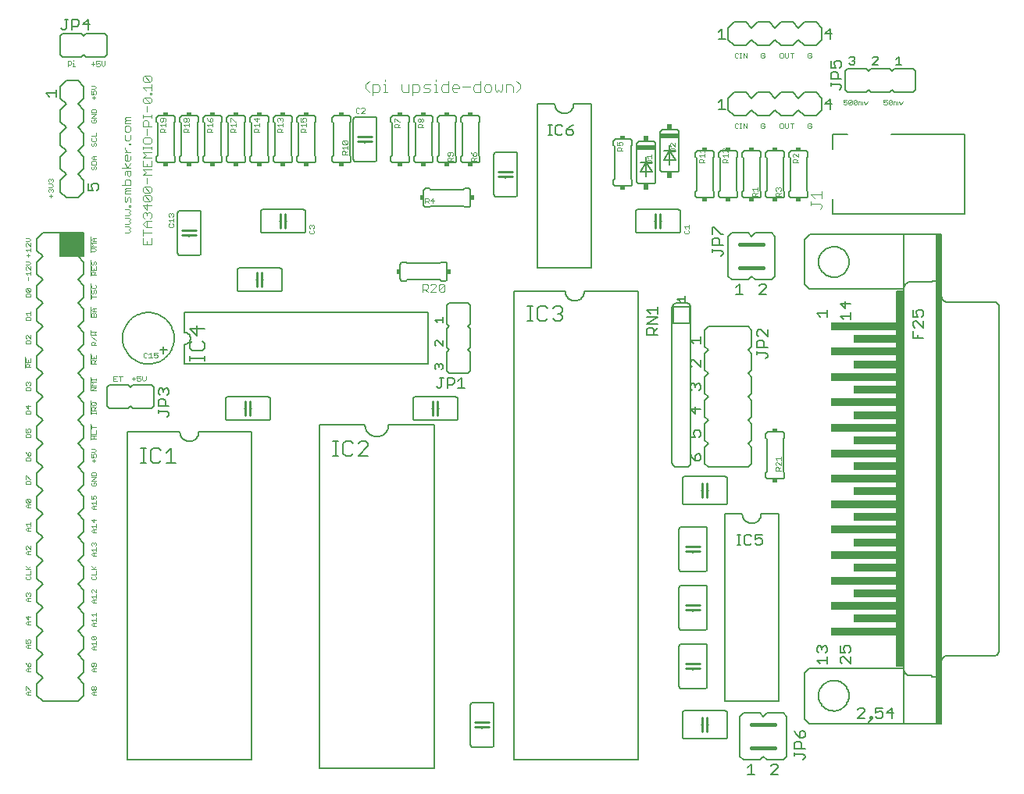
<source format=gto>
G75*
%MOIN*%
%OFA0B0*%
%FSLAX24Y24*%
%IPPOS*%
%LPD*%
%AMOC8*
5,1,8,0,0,1.08239X$1,22.5*
%
%ADD10C,0.0020*%
%ADD11C,0.0160*%
%ADD12C,0.0030*%
%ADD13C,0.0040*%
%ADD14C,0.0060*%
%ADD15C,0.0100*%
%ADD16R,0.0800X0.0200*%
%ADD17R,0.0200X0.0250*%
%ADD18C,0.0070*%
%ADD19C,0.0050*%
%ADD20R,0.0200X0.0150*%
%ADD21R,0.0150X0.0200*%
%ADD22R,0.0300X1.6000*%
%ADD23R,0.0200X2.0900*%
%ADD24R,0.2850X0.0320*%
%ADD25R,0.1850X0.0320*%
%ADD26C,0.0080*%
D10*
X001763Y004448D02*
X001690Y004521D01*
X001763Y004595D01*
X001910Y004595D01*
X001910Y004669D02*
X001873Y004669D01*
X001727Y004816D01*
X001690Y004816D01*
X001690Y004669D01*
X001800Y004595D02*
X001800Y004448D01*
X001763Y004448D02*
X001910Y004448D01*
X001910Y005448D02*
X001763Y005448D01*
X001690Y005521D01*
X001763Y005595D01*
X001910Y005595D01*
X001873Y005669D02*
X001910Y005706D01*
X001910Y005779D01*
X001873Y005816D01*
X001837Y005816D01*
X001800Y005779D01*
X001800Y005669D01*
X001873Y005669D01*
X001800Y005669D02*
X001727Y005742D01*
X001690Y005816D01*
X001800Y005595D02*
X001800Y005448D01*
X001800Y006448D02*
X001800Y006595D01*
X001763Y006595D02*
X001910Y006595D01*
X001873Y006669D02*
X001910Y006706D01*
X001910Y006779D01*
X001873Y006816D01*
X001800Y006816D01*
X001763Y006779D01*
X001763Y006742D01*
X001800Y006669D01*
X001690Y006669D01*
X001690Y006816D01*
X001763Y006595D02*
X001690Y006521D01*
X001763Y006448D01*
X001910Y006448D01*
X001910Y007448D02*
X001763Y007448D01*
X001690Y007521D01*
X001763Y007595D01*
X001910Y007595D01*
X001800Y007595D02*
X001800Y007448D01*
X001800Y007669D02*
X001690Y007779D01*
X001910Y007779D01*
X001800Y007816D02*
X001800Y007669D01*
X001800Y008448D02*
X001800Y008595D01*
X001763Y008595D02*
X001910Y008595D01*
X001873Y008669D02*
X001910Y008706D01*
X001910Y008779D01*
X001873Y008816D01*
X001837Y008816D01*
X001800Y008779D01*
X001800Y008742D01*
X001800Y008779D02*
X001763Y008816D01*
X001727Y008816D01*
X001690Y008779D01*
X001690Y008706D01*
X001727Y008669D01*
X001763Y008595D02*
X001690Y008521D01*
X001763Y008448D01*
X001910Y008448D01*
X001873Y009377D02*
X001727Y009377D01*
X001690Y009414D01*
X001690Y009487D01*
X001727Y009524D01*
X001690Y009598D02*
X001910Y009598D01*
X001910Y009745D01*
X001910Y009819D02*
X001690Y009819D01*
X001800Y009856D02*
X001910Y009966D01*
X001837Y009819D02*
X001690Y009966D01*
X001763Y010448D02*
X001690Y010521D01*
X001763Y010595D01*
X001910Y010595D01*
X001910Y010669D02*
X001763Y010816D01*
X001727Y010816D01*
X001690Y010779D01*
X001690Y010706D01*
X001727Y010669D01*
X001800Y010595D02*
X001800Y010448D01*
X001763Y010448D02*
X001910Y010448D01*
X001910Y010669D02*
X001910Y010816D01*
X001910Y011448D02*
X001763Y011448D01*
X001690Y011521D01*
X001763Y011595D01*
X001910Y011595D01*
X001910Y011669D02*
X001910Y011816D01*
X001910Y011742D02*
X001690Y011742D01*
X001763Y011669D01*
X001800Y011595D02*
X001800Y011448D01*
X001800Y012448D02*
X001800Y012595D01*
X001763Y012595D02*
X001910Y012595D01*
X001873Y012669D02*
X001727Y012816D01*
X001873Y012816D01*
X001910Y012779D01*
X001910Y012706D01*
X001873Y012669D01*
X001727Y012669D01*
X001690Y012706D01*
X001690Y012779D01*
X001727Y012816D01*
X001763Y012595D02*
X001690Y012521D01*
X001763Y012448D01*
X001910Y012448D01*
X001910Y013448D02*
X001690Y013448D01*
X001690Y013558D01*
X001727Y013595D01*
X001873Y013595D01*
X001910Y013558D01*
X001910Y013448D01*
X001910Y013669D02*
X001873Y013669D01*
X001727Y013816D01*
X001690Y013816D01*
X001690Y013669D01*
X001690Y014448D02*
X001690Y014558D01*
X001727Y014595D01*
X001873Y014595D01*
X001910Y014558D01*
X001910Y014448D01*
X001690Y014448D01*
X001800Y014669D02*
X001727Y014742D01*
X001690Y014816D01*
X001800Y014779D02*
X001800Y014669D01*
X001873Y014669D01*
X001910Y014706D01*
X001910Y014779D01*
X001873Y014816D01*
X001837Y014816D01*
X001800Y014779D01*
X001690Y015448D02*
X001910Y015448D01*
X001910Y015558D01*
X001873Y015595D01*
X001727Y015595D01*
X001690Y015558D01*
X001690Y015448D01*
X001690Y015669D02*
X001800Y015669D01*
X001763Y015742D01*
X001763Y015779D01*
X001800Y015816D01*
X001873Y015816D01*
X001910Y015779D01*
X001910Y015706D01*
X001873Y015669D01*
X001690Y015669D02*
X001690Y015816D01*
X001690Y016448D02*
X001690Y016558D01*
X001727Y016595D01*
X001873Y016595D01*
X001910Y016558D01*
X001910Y016448D01*
X001690Y016448D01*
X001800Y016669D02*
X001690Y016779D01*
X001910Y016779D01*
X001800Y016816D02*
X001800Y016669D01*
X001690Y017448D02*
X001910Y017448D01*
X001910Y017558D01*
X001873Y017595D01*
X001727Y017595D01*
X001690Y017558D01*
X001690Y017448D01*
X001727Y017669D02*
X001690Y017706D01*
X001690Y017779D01*
X001727Y017816D01*
X001763Y017816D01*
X001800Y017779D01*
X001837Y017816D01*
X001873Y017816D01*
X001910Y017779D01*
X001910Y017706D01*
X001873Y017669D01*
X001800Y017742D02*
X001800Y017779D01*
X001837Y018448D02*
X001837Y018558D01*
X001800Y018595D01*
X001727Y018595D01*
X001690Y018558D01*
X001690Y018448D01*
X001910Y018448D01*
X001837Y018521D02*
X001910Y018595D01*
X001910Y018669D02*
X001910Y018816D01*
X001800Y018742D02*
X001800Y018669D01*
X001690Y018669D02*
X001910Y018669D01*
X001690Y018669D02*
X001690Y018816D01*
X001650Y018880D02*
X001650Y018438D01*
X001690Y019448D02*
X001690Y019558D01*
X001727Y019595D01*
X001873Y019595D01*
X001910Y019558D01*
X001910Y019448D01*
X001690Y019448D01*
X001727Y019669D02*
X001690Y019706D01*
X001690Y019779D01*
X001727Y019816D01*
X001763Y019816D01*
X001910Y019669D01*
X001910Y019816D01*
X001910Y020448D02*
X001690Y020448D01*
X001690Y020558D01*
X001727Y020595D01*
X001873Y020595D01*
X001910Y020558D01*
X001910Y020448D01*
X001910Y020669D02*
X001910Y020816D01*
X001910Y020742D02*
X001690Y020742D01*
X001763Y020669D01*
X001690Y021448D02*
X001690Y021558D01*
X001727Y021595D01*
X001873Y021595D01*
X001910Y021558D01*
X001910Y021448D01*
X001690Y021448D01*
X001727Y021669D02*
X001690Y021706D01*
X001690Y021779D01*
X001727Y021816D01*
X001873Y021669D01*
X001910Y021706D01*
X001910Y021779D01*
X001873Y021816D01*
X001727Y021816D01*
X001727Y021669D02*
X001873Y021669D01*
X001800Y022156D02*
X001800Y022303D01*
X001763Y022377D02*
X001690Y022450D01*
X001910Y022450D01*
X001910Y022377D02*
X001910Y022524D01*
X001910Y022598D02*
X001763Y022745D01*
X001727Y022745D01*
X001690Y022708D01*
X001690Y022635D01*
X001727Y022598D01*
X001910Y022598D02*
X001910Y022745D01*
X001837Y022819D02*
X001910Y022892D01*
X001837Y022966D01*
X001690Y022966D01*
X001690Y022819D02*
X001837Y022819D01*
X001800Y023156D02*
X001800Y023303D01*
X001763Y023377D02*
X001690Y023450D01*
X001910Y023450D01*
X001910Y023377D02*
X001910Y023524D01*
X001910Y023598D02*
X001763Y023745D01*
X001727Y023745D01*
X001690Y023708D01*
X001690Y023635D01*
X001727Y023598D01*
X001910Y023598D02*
X001910Y023745D01*
X001837Y023819D02*
X001910Y023892D01*
X001837Y023966D01*
X001690Y023966D01*
X001690Y023819D02*
X001837Y023819D01*
X001873Y023229D02*
X001727Y023229D01*
X002760Y025690D02*
X002760Y025837D01*
X002687Y025763D02*
X002833Y025763D01*
X002833Y025911D02*
X002870Y025948D01*
X002870Y026021D01*
X002833Y026058D01*
X002797Y026058D01*
X002760Y026021D01*
X002760Y025984D01*
X002760Y026021D02*
X002723Y026058D01*
X002687Y026058D01*
X002650Y026021D01*
X002650Y025948D01*
X002687Y025911D01*
X002650Y026132D02*
X002797Y026132D01*
X002870Y026205D01*
X002797Y026279D01*
X002650Y026279D01*
X002687Y026353D02*
X002650Y026390D01*
X002650Y026463D01*
X002687Y026500D01*
X002723Y026500D01*
X002760Y026463D01*
X002797Y026500D01*
X002833Y026500D01*
X002870Y026463D01*
X002870Y026390D01*
X002833Y026353D01*
X002760Y026426D02*
X002760Y026463D01*
X004490Y026914D02*
X004527Y026877D01*
X004563Y026877D01*
X004600Y026914D01*
X004600Y026987D01*
X004637Y027024D01*
X004673Y027024D01*
X004710Y026987D01*
X004710Y026914D01*
X004673Y026877D01*
X004490Y026914D02*
X004490Y026987D01*
X004527Y027024D01*
X004490Y027098D02*
X004490Y027208D01*
X004527Y027245D01*
X004673Y027245D01*
X004710Y027208D01*
X004710Y027098D01*
X004490Y027098D01*
X004563Y027319D02*
X004490Y027392D01*
X004563Y027466D01*
X004710Y027466D01*
X004600Y027466D02*
X004600Y027319D01*
X004563Y027319D02*
X004710Y027319D01*
X004673Y027877D02*
X004710Y027914D01*
X004710Y027987D01*
X004673Y028024D01*
X004637Y028024D01*
X004600Y027987D01*
X004600Y027914D01*
X004563Y027877D01*
X004527Y027877D01*
X004490Y027914D01*
X004490Y027987D01*
X004527Y028024D01*
X004527Y028098D02*
X004673Y028098D01*
X004710Y028135D01*
X004710Y028208D01*
X004673Y028245D01*
X004710Y028319D02*
X004710Y028466D01*
X004710Y028319D02*
X004490Y028319D01*
X004527Y028245D02*
X004490Y028208D01*
X004490Y028135D01*
X004527Y028098D01*
X004527Y028877D02*
X004673Y028877D01*
X004710Y028914D01*
X004710Y028987D01*
X004673Y029024D01*
X004600Y029024D01*
X004600Y028950D01*
X004527Y028877D02*
X004490Y028914D01*
X004490Y028987D01*
X004527Y029024D01*
X004490Y029098D02*
X004710Y029245D01*
X004490Y029245D01*
X004490Y029319D02*
X004490Y029429D01*
X004527Y029466D01*
X004673Y029466D01*
X004710Y029429D01*
X004710Y029319D01*
X004490Y029319D01*
X004490Y029098D02*
X004710Y029098D01*
X004600Y029877D02*
X004600Y030024D01*
X004600Y030098D02*
X004563Y030171D01*
X004563Y030208D01*
X004600Y030245D01*
X004673Y030245D01*
X004710Y030208D01*
X004710Y030135D01*
X004673Y030098D01*
X004600Y030098D02*
X004490Y030098D01*
X004490Y030245D01*
X004490Y030319D02*
X004637Y030319D01*
X004710Y030392D01*
X004637Y030466D01*
X004490Y030466D01*
X004527Y029950D02*
X004673Y029950D01*
X004748Y031290D02*
X004711Y031327D01*
X004748Y031290D02*
X004821Y031290D01*
X004858Y031327D01*
X004858Y031400D01*
X004821Y031437D01*
X004784Y031437D01*
X004711Y031400D01*
X004711Y031510D01*
X004858Y031510D01*
X004932Y031510D02*
X004932Y031363D01*
X005005Y031290D01*
X005079Y031363D01*
X005079Y031510D01*
X004637Y031400D02*
X004490Y031400D01*
X004563Y031473D02*
X004563Y031327D01*
X003784Y031290D02*
X003711Y031290D01*
X003748Y031290D02*
X003748Y031437D01*
X003711Y031437D01*
X003748Y031510D02*
X003748Y031547D01*
X003637Y031473D02*
X003637Y031400D01*
X003600Y031363D01*
X003490Y031363D01*
X003490Y031290D02*
X003490Y031510D01*
X003600Y031510D01*
X003637Y031473D01*
X007440Y029042D02*
X007440Y028969D01*
X007477Y028932D01*
X007513Y028932D01*
X007550Y028969D01*
X007550Y029079D01*
X007623Y029079D02*
X007477Y029079D01*
X007440Y029042D01*
X007623Y029079D02*
X007660Y029042D01*
X007660Y028969D01*
X007623Y028932D01*
X007660Y028858D02*
X007660Y028711D01*
X007660Y028784D02*
X007440Y028784D01*
X007513Y028711D01*
X007477Y028637D02*
X007550Y028637D01*
X007587Y028600D01*
X007587Y028490D01*
X007660Y028490D02*
X007440Y028490D01*
X007440Y028600D01*
X007477Y028637D01*
X007587Y028563D02*
X007660Y028637D01*
X008440Y028600D02*
X008440Y028490D01*
X008660Y028490D01*
X008587Y028490D02*
X008587Y028600D01*
X008550Y028637D01*
X008477Y028637D01*
X008440Y028600D01*
X008513Y028711D02*
X008440Y028784D01*
X008660Y028784D01*
X008660Y028711D02*
X008660Y028858D01*
X008623Y028932D02*
X008587Y028932D01*
X008550Y028969D01*
X008550Y029042D01*
X008587Y029079D01*
X008623Y029079D01*
X008660Y029042D01*
X008660Y028969D01*
X008623Y028932D01*
X008550Y028969D02*
X008513Y028932D01*
X008477Y028932D01*
X008440Y028969D01*
X008440Y029042D01*
X008477Y029079D01*
X008513Y029079D01*
X008550Y029042D01*
X008660Y028637D02*
X008587Y028563D01*
X009440Y028600D02*
X009440Y028490D01*
X009660Y028490D01*
X009587Y028490D02*
X009587Y028600D01*
X009550Y028637D01*
X009477Y028637D01*
X009440Y028600D01*
X009513Y028711D02*
X009440Y028784D01*
X009660Y028784D01*
X009660Y028711D02*
X009660Y028858D01*
X009623Y028932D02*
X009660Y028969D01*
X009660Y029042D01*
X009623Y029079D01*
X009587Y029079D01*
X009550Y029042D01*
X009550Y028932D01*
X009623Y028932D01*
X009550Y028932D02*
X009477Y029005D01*
X009440Y029079D01*
X009660Y028637D02*
X009587Y028563D01*
X010440Y028600D02*
X010440Y028490D01*
X010660Y028490D01*
X010587Y028490D02*
X010587Y028600D01*
X010550Y028637D01*
X010477Y028637D01*
X010440Y028600D01*
X010513Y028711D02*
X010440Y028784D01*
X010660Y028784D01*
X010660Y028711D02*
X010660Y028858D01*
X010660Y028932D02*
X010623Y028932D01*
X010477Y029079D01*
X010440Y029079D01*
X010440Y028932D01*
X010660Y028637D02*
X010587Y028563D01*
X011440Y028600D02*
X011440Y028490D01*
X011660Y028490D01*
X011587Y028490D02*
X011587Y028600D01*
X011550Y028637D01*
X011477Y028637D01*
X011440Y028600D01*
X011513Y028711D02*
X011440Y028784D01*
X011660Y028784D01*
X011660Y028711D02*
X011660Y028858D01*
X011550Y028932D02*
X011550Y029079D01*
X011660Y029042D02*
X011440Y029042D01*
X011550Y028932D01*
X011660Y028637D02*
X011587Y028563D01*
X012440Y028600D02*
X012440Y028490D01*
X012660Y028490D01*
X012587Y028490D02*
X012587Y028600D01*
X012550Y028637D01*
X012477Y028637D01*
X012440Y028600D01*
X012513Y028711D02*
X012440Y028784D01*
X012660Y028784D01*
X012660Y028711D02*
X012660Y028858D01*
X012623Y028932D02*
X012660Y028969D01*
X012660Y029042D01*
X012623Y029079D01*
X012587Y029079D01*
X012550Y029042D01*
X012550Y029005D01*
X012550Y029042D02*
X012513Y029079D01*
X012477Y029079D01*
X012440Y029042D01*
X012440Y028969D01*
X012477Y028932D01*
X012660Y028637D02*
X012587Y028563D01*
X013440Y028600D02*
X013440Y028490D01*
X013660Y028490D01*
X013587Y028490D02*
X013587Y028600D01*
X013550Y028637D01*
X013477Y028637D01*
X013440Y028600D01*
X013513Y028711D02*
X013440Y028784D01*
X013660Y028784D01*
X013660Y028711D02*
X013660Y028858D01*
X013623Y028932D02*
X013660Y028969D01*
X013660Y029042D01*
X013623Y029079D01*
X013550Y029079D01*
X013513Y029042D01*
X013513Y029005D01*
X013550Y028932D01*
X013440Y028932D01*
X013440Y029079D01*
X013660Y028637D02*
X013587Y028563D01*
X015200Y028079D02*
X015237Y028116D01*
X015383Y027969D01*
X015420Y028006D01*
X015420Y028079D01*
X015383Y028116D01*
X015237Y028116D01*
X015200Y028079D02*
X015200Y028006D01*
X015237Y027969D01*
X015383Y027969D01*
X015420Y027895D02*
X015420Y027748D01*
X015420Y027821D02*
X015200Y027821D01*
X015273Y027748D01*
X015237Y027674D02*
X015310Y027674D01*
X015347Y027637D01*
X015347Y027527D01*
X015420Y027527D02*
X015200Y027527D01*
X015200Y027637D01*
X015237Y027674D01*
X015347Y027600D02*
X015420Y027674D01*
X015827Y029290D02*
X015900Y029290D01*
X015937Y029327D01*
X016011Y029290D02*
X016158Y029437D01*
X016158Y029473D01*
X016121Y029510D01*
X016048Y029510D01*
X016011Y029473D01*
X015937Y029473D02*
X015900Y029510D01*
X015827Y029510D01*
X015790Y029473D01*
X015790Y029327D01*
X015827Y029290D01*
X016011Y029290D02*
X016158Y029290D01*
X017440Y029058D02*
X017477Y029058D01*
X017623Y028911D01*
X017660Y028911D01*
X017660Y028837D02*
X017587Y028763D01*
X017587Y028800D02*
X017587Y028690D01*
X017660Y028690D02*
X017440Y028690D01*
X017440Y028800D01*
X017477Y028837D01*
X017550Y028837D01*
X017587Y028800D01*
X017440Y028911D02*
X017440Y029058D01*
X018440Y029021D02*
X018477Y029058D01*
X018513Y029058D01*
X018550Y029021D01*
X018550Y028948D01*
X018513Y028911D01*
X018477Y028911D01*
X018440Y028948D01*
X018440Y029021D01*
X018550Y029021D02*
X018587Y029058D01*
X018623Y029058D01*
X018660Y029021D01*
X018660Y028948D01*
X018623Y028911D01*
X018587Y028911D01*
X018550Y028948D01*
X018550Y028837D02*
X018587Y028800D01*
X018587Y028690D01*
X018660Y028690D02*
X018440Y028690D01*
X018440Y028800D01*
X018477Y028837D01*
X018550Y028837D01*
X018587Y028763D02*
X018660Y028837D01*
X019737Y027616D02*
X019700Y027579D01*
X019700Y027506D01*
X019737Y027469D01*
X019773Y027469D01*
X019810Y027506D01*
X019810Y027616D01*
X019883Y027616D02*
X019737Y027616D01*
X019883Y027616D02*
X019920Y027579D01*
X019920Y027506D01*
X019883Y027469D01*
X019920Y027395D02*
X019847Y027321D01*
X019847Y027358D02*
X019847Y027248D01*
X019920Y027248D02*
X019700Y027248D01*
X019700Y027358D01*
X019737Y027395D01*
X019810Y027395D01*
X019847Y027358D01*
X020700Y027358D02*
X020737Y027395D01*
X020810Y027395D01*
X020847Y027358D01*
X020847Y027248D01*
X020920Y027248D02*
X020700Y027248D01*
X020700Y027358D01*
X020847Y027321D02*
X020920Y027395D01*
X020883Y027469D02*
X020920Y027506D01*
X020920Y027579D01*
X020883Y027616D01*
X020847Y027616D01*
X020810Y027579D01*
X020810Y027469D01*
X020883Y027469D01*
X020810Y027469D02*
X020737Y027542D01*
X020700Y027616D01*
X019079Y025660D02*
X018969Y025550D01*
X019116Y025550D01*
X019079Y025440D02*
X019079Y025660D01*
X018895Y025623D02*
X018895Y025550D01*
X018858Y025513D01*
X018748Y025513D01*
X018748Y025440D02*
X018748Y025660D01*
X018858Y025660D01*
X018895Y025623D01*
X018821Y025513D02*
X018895Y025440D01*
X014010Y024479D02*
X014010Y024406D01*
X013973Y024369D01*
X013973Y024295D02*
X014010Y024258D01*
X014010Y024185D01*
X013973Y024148D01*
X013827Y024148D01*
X013790Y024185D01*
X013790Y024258D01*
X013827Y024295D01*
X013827Y024369D02*
X013790Y024406D01*
X013790Y024479D01*
X013827Y024516D01*
X013863Y024516D01*
X013900Y024479D01*
X013937Y024516D01*
X013973Y024516D01*
X014010Y024479D01*
X013900Y024479D02*
X013900Y024442D01*
X008010Y024464D02*
X008010Y024537D01*
X007973Y024574D01*
X008010Y024648D02*
X008010Y024795D01*
X008010Y024721D02*
X007790Y024721D01*
X007863Y024648D01*
X007827Y024574D02*
X007790Y024537D01*
X007790Y024464D01*
X007827Y024427D01*
X007973Y024427D01*
X008010Y024464D01*
X007973Y024869D02*
X008010Y024906D01*
X008010Y024979D01*
X007973Y025016D01*
X007937Y025016D01*
X007900Y024979D01*
X007900Y024942D01*
X007900Y024979D02*
X007863Y025016D01*
X007827Y025016D01*
X007790Y024979D01*
X007790Y024906D01*
X007827Y024869D01*
X004710Y023966D02*
X004563Y023966D01*
X004490Y023892D01*
X004563Y023819D01*
X004710Y023819D01*
X004710Y023745D02*
X004490Y023745D01*
X004563Y023671D01*
X004490Y023598D01*
X004710Y023598D01*
X004637Y023524D02*
X004490Y023524D01*
X004637Y023524D02*
X004710Y023450D01*
X004637Y023377D01*
X004490Y023377D01*
X004450Y023367D02*
X004450Y024030D01*
X004600Y023966D02*
X004600Y023819D01*
X004450Y023030D02*
X004450Y022367D01*
X004490Y022377D02*
X004490Y022487D01*
X004527Y022524D01*
X004600Y022524D01*
X004637Y022487D01*
X004637Y022377D01*
X004710Y022377D02*
X004490Y022377D01*
X004637Y022450D02*
X004710Y022524D01*
X004710Y022598D02*
X004710Y022745D01*
X004673Y022819D02*
X004710Y022856D01*
X004710Y022929D01*
X004673Y022966D01*
X004637Y022966D01*
X004600Y022929D01*
X004600Y022856D01*
X004563Y022819D01*
X004527Y022819D01*
X004490Y022856D01*
X004490Y022929D01*
X004527Y022966D01*
X004490Y022745D02*
X004490Y022598D01*
X004710Y022598D01*
X004600Y022598D02*
X004600Y022671D01*
X004450Y022030D02*
X004450Y021367D01*
X004490Y021377D02*
X004490Y021524D01*
X004490Y021450D02*
X004710Y021450D01*
X004673Y021598D02*
X004710Y021635D01*
X004710Y021708D01*
X004673Y021745D01*
X004637Y021745D01*
X004600Y021708D01*
X004600Y021635D01*
X004563Y021598D01*
X004527Y021598D01*
X004490Y021635D01*
X004490Y021708D01*
X004527Y021745D01*
X004527Y021819D02*
X004673Y021819D01*
X004710Y021856D01*
X004710Y021929D01*
X004673Y021966D01*
X004527Y021966D02*
X004490Y021929D01*
X004490Y021856D01*
X004527Y021819D01*
X004450Y021030D02*
X004450Y020588D01*
X004490Y020598D02*
X004490Y020708D01*
X004527Y020745D01*
X004563Y020745D01*
X004600Y020708D01*
X004600Y020598D01*
X004710Y020598D02*
X004710Y020708D01*
X004673Y020745D01*
X004637Y020745D01*
X004600Y020708D01*
X004600Y020819D02*
X004600Y020966D01*
X004563Y020966D02*
X004710Y020966D01*
X004563Y020966D02*
X004490Y020892D01*
X004563Y020819D01*
X004710Y020819D01*
X004710Y020598D02*
X004490Y020598D01*
X004450Y020030D02*
X004450Y019809D01*
X004490Y019819D02*
X004710Y019819D01*
X004637Y019892D01*
X004710Y019966D01*
X004490Y019966D01*
X004490Y019745D02*
X004710Y019598D01*
X004710Y019524D02*
X004637Y019450D01*
X004637Y019487D02*
X004637Y019377D01*
X004710Y019377D02*
X004490Y019377D01*
X004490Y019487D01*
X004527Y019524D01*
X004600Y019524D01*
X004637Y019487D01*
X004450Y019030D02*
X004450Y018588D01*
X004490Y018598D02*
X004490Y018708D01*
X004527Y018745D01*
X004600Y018745D01*
X004637Y018708D01*
X004637Y018598D01*
X004710Y018598D02*
X004490Y018598D01*
X004637Y018671D02*
X004710Y018745D01*
X004710Y018819D02*
X004710Y018966D01*
X004600Y018892D02*
X004600Y018819D01*
X004490Y018819D02*
X004710Y018819D01*
X004490Y018819D02*
X004490Y018966D01*
X004450Y018030D02*
X004450Y017441D01*
X004490Y017451D02*
X004710Y017597D01*
X004490Y017597D01*
X004490Y017672D02*
X004563Y017745D01*
X004490Y017818D01*
X004710Y017818D01*
X004710Y017893D02*
X004710Y017966D01*
X004710Y017929D02*
X004490Y017929D01*
X004490Y017893D02*
X004490Y017966D01*
X004490Y017672D02*
X004710Y017672D01*
X004710Y017451D02*
X004490Y017451D01*
X004450Y017030D02*
X004450Y016441D01*
X004490Y016451D02*
X004490Y016524D01*
X004490Y016487D02*
X004710Y016487D01*
X004710Y016451D02*
X004710Y016524D01*
X004710Y016598D02*
X004490Y016598D01*
X004490Y016708D01*
X004527Y016745D01*
X004600Y016745D01*
X004637Y016708D01*
X004637Y016598D01*
X004637Y016671D02*
X004710Y016745D01*
X004673Y016819D02*
X004710Y016856D01*
X004710Y016929D01*
X004673Y016966D01*
X004527Y016966D01*
X004490Y016929D01*
X004490Y016856D01*
X004527Y016819D01*
X004673Y016819D01*
X004637Y016892D02*
X004710Y016966D01*
X005448Y017850D02*
X005595Y017850D01*
X005521Y017960D02*
X005448Y017960D01*
X005448Y018070D02*
X005448Y017850D01*
X005448Y018070D02*
X005595Y018070D01*
X005669Y018070D02*
X005816Y018070D01*
X005742Y018070D02*
X005742Y017850D01*
X006227Y017960D02*
X006374Y017960D01*
X006448Y017960D02*
X006521Y017997D01*
X006558Y017997D01*
X006595Y017960D01*
X006595Y017887D01*
X006558Y017850D01*
X006485Y017850D01*
X006448Y017887D01*
X006448Y017960D02*
X006448Y018070D01*
X006595Y018070D01*
X006669Y018070D02*
X006669Y017923D01*
X006742Y017850D01*
X006816Y017923D01*
X006816Y018070D01*
X006300Y018033D02*
X006300Y017887D01*
X006764Y018850D02*
X006837Y018850D01*
X006874Y018887D01*
X006948Y018850D02*
X007095Y018850D01*
X007021Y018850D02*
X007021Y019070D01*
X006948Y018997D01*
X006874Y019033D02*
X006837Y019070D01*
X006764Y019070D01*
X006727Y019033D01*
X006727Y018887D01*
X006764Y018850D01*
X007169Y018887D02*
X007206Y018850D01*
X007279Y018850D01*
X007316Y018887D01*
X007316Y018960D01*
X007279Y018997D01*
X007242Y018997D01*
X007169Y018960D01*
X007169Y019070D01*
X007316Y019070D01*
X004710Y015892D02*
X004490Y015892D01*
X004490Y015819D02*
X004490Y015966D01*
X004450Y016030D02*
X004450Y015367D01*
X004490Y015377D02*
X004710Y015377D01*
X004600Y015377D02*
X004600Y015524D01*
X004490Y015524D02*
X004710Y015524D01*
X004710Y015598D02*
X004710Y015745D01*
X004710Y015598D02*
X004490Y015598D01*
X004490Y014966D02*
X004637Y014966D01*
X004710Y014892D01*
X004637Y014819D01*
X004490Y014819D01*
X004490Y014745D02*
X004490Y014598D01*
X004600Y014598D01*
X004563Y014671D01*
X004563Y014708D01*
X004600Y014745D01*
X004673Y014745D01*
X004710Y014708D01*
X004710Y014635D01*
X004673Y014598D01*
X004600Y014524D02*
X004600Y014377D01*
X004527Y014450D02*
X004673Y014450D01*
X004673Y013966D02*
X004527Y013966D01*
X004490Y013929D01*
X004490Y013819D01*
X004710Y013819D01*
X004710Y013929D01*
X004673Y013966D01*
X004710Y013745D02*
X004490Y013745D01*
X004490Y013598D02*
X004710Y013745D01*
X004710Y013598D02*
X004490Y013598D01*
X004527Y013524D02*
X004490Y013487D01*
X004490Y013414D01*
X004527Y013377D01*
X004673Y013377D01*
X004710Y013414D01*
X004710Y013487D01*
X004673Y013524D01*
X004600Y013524D01*
X004600Y013450D01*
X004600Y012966D02*
X004673Y012966D01*
X004710Y012929D01*
X004710Y012856D01*
X004673Y012819D01*
X004600Y012819D02*
X004563Y012892D01*
X004563Y012929D01*
X004600Y012966D01*
X004490Y012966D02*
X004490Y012819D01*
X004600Y012819D01*
X004710Y012745D02*
X004710Y012598D01*
X004710Y012671D02*
X004490Y012671D01*
X004563Y012598D01*
X004563Y012524D02*
X004710Y012524D01*
X004600Y012524D02*
X004600Y012377D01*
X004563Y012377D02*
X004490Y012450D01*
X004563Y012524D01*
X004563Y012377D02*
X004710Y012377D01*
X004600Y011966D02*
X004600Y011819D01*
X004490Y011929D01*
X004710Y011929D01*
X004710Y011745D02*
X004710Y011598D01*
X004710Y011671D02*
X004490Y011671D01*
X004563Y011598D01*
X004563Y011524D02*
X004710Y011524D01*
X004600Y011524D02*
X004600Y011377D01*
X004563Y011377D02*
X004490Y011450D01*
X004563Y011524D01*
X004563Y011377D02*
X004710Y011377D01*
X004673Y010966D02*
X004710Y010929D01*
X004710Y010856D01*
X004673Y010819D01*
X004710Y010745D02*
X004710Y010598D01*
X004710Y010671D02*
X004490Y010671D01*
X004563Y010598D01*
X004563Y010524D02*
X004710Y010524D01*
X004600Y010524D02*
X004600Y010377D01*
X004563Y010377D02*
X004490Y010450D01*
X004563Y010524D01*
X004563Y010377D02*
X004710Y010377D01*
X004710Y009966D02*
X004600Y009856D01*
X004637Y009819D02*
X004490Y009966D01*
X004490Y009819D02*
X004710Y009819D01*
X004710Y009745D02*
X004710Y009598D01*
X004490Y009598D01*
X004527Y009524D02*
X004490Y009487D01*
X004490Y009414D01*
X004527Y009377D01*
X004673Y009377D01*
X004710Y009414D01*
X004710Y009487D01*
X004673Y009524D01*
X004710Y008966D02*
X004710Y008819D01*
X004563Y008966D01*
X004527Y008966D01*
X004490Y008929D01*
X004490Y008856D01*
X004527Y008819D01*
X004490Y008671D02*
X004710Y008671D01*
X004710Y008598D02*
X004710Y008745D01*
X004563Y008598D02*
X004490Y008671D01*
X004563Y008524D02*
X004710Y008524D01*
X004600Y008524D02*
X004600Y008377D01*
X004563Y008377D02*
X004490Y008450D01*
X004563Y008524D01*
X004563Y008377D02*
X004710Y008377D01*
X004710Y007966D02*
X004710Y007819D01*
X004710Y007892D02*
X004490Y007892D01*
X004563Y007819D01*
X004710Y007745D02*
X004710Y007598D01*
X004710Y007671D02*
X004490Y007671D01*
X004563Y007598D01*
X004563Y007524D02*
X004710Y007524D01*
X004600Y007524D02*
X004600Y007377D01*
X004563Y007377D02*
X004490Y007450D01*
X004563Y007524D01*
X004563Y007377D02*
X004710Y007377D01*
X004673Y006966D02*
X004710Y006929D01*
X004710Y006856D01*
X004673Y006819D01*
X004527Y006966D01*
X004673Y006966D01*
X004527Y006966D02*
X004490Y006929D01*
X004490Y006856D01*
X004527Y006819D01*
X004673Y006819D01*
X004710Y006745D02*
X004710Y006598D01*
X004710Y006671D02*
X004490Y006671D01*
X004563Y006598D01*
X004563Y006524D02*
X004710Y006524D01*
X004600Y006524D02*
X004600Y006377D01*
X004563Y006377D02*
X004490Y006450D01*
X004563Y006524D01*
X004563Y006377D02*
X004710Y006377D01*
X004673Y005816D02*
X004527Y005816D01*
X004490Y005779D01*
X004490Y005706D01*
X004527Y005669D01*
X004563Y005669D01*
X004600Y005706D01*
X004600Y005816D01*
X004673Y005816D02*
X004710Y005779D01*
X004710Y005706D01*
X004673Y005669D01*
X004710Y005595D02*
X004563Y005595D01*
X004490Y005521D01*
X004563Y005448D01*
X004710Y005448D01*
X004600Y005448D02*
X004600Y005595D01*
X004637Y004816D02*
X004673Y004816D01*
X004710Y004779D01*
X004710Y004706D01*
X004673Y004669D01*
X004637Y004669D01*
X004600Y004706D01*
X004600Y004779D01*
X004637Y004816D01*
X004600Y004779D02*
X004563Y004816D01*
X004527Y004816D01*
X004490Y004779D01*
X004490Y004706D01*
X004527Y004669D01*
X004563Y004669D01*
X004600Y004706D01*
X004600Y004595D02*
X004600Y004448D01*
X004563Y004448D02*
X004490Y004521D01*
X004563Y004595D01*
X004710Y004595D01*
X004710Y004448D02*
X004563Y004448D01*
X001873Y009377D02*
X001910Y009414D01*
X001910Y009487D01*
X001873Y009524D01*
X004490Y010856D02*
X004490Y010929D01*
X004527Y010966D01*
X004563Y010966D01*
X004600Y010929D01*
X004637Y010966D01*
X004673Y010966D01*
X004600Y010929D02*
X004600Y010892D01*
X004527Y010819D02*
X004490Y010856D01*
X026940Y027690D02*
X026940Y027800D01*
X026977Y027837D01*
X027050Y027837D01*
X027087Y027800D01*
X027087Y027690D01*
X027160Y027690D02*
X026940Y027690D01*
X027087Y027763D02*
X027160Y027837D01*
X027123Y027911D02*
X027160Y027948D01*
X027160Y028021D01*
X027123Y028058D01*
X027050Y028058D01*
X027013Y028021D01*
X027013Y027984D01*
X027050Y027911D01*
X026940Y027911D01*
X026940Y028058D01*
X028190Y027442D02*
X028410Y027442D01*
X028410Y027369D02*
X028410Y027516D01*
X028263Y027369D02*
X028190Y027442D01*
X028227Y027295D02*
X028190Y027258D01*
X028190Y027148D01*
X028410Y027148D01*
X028410Y027258D01*
X028373Y027295D01*
X028227Y027295D01*
X029190Y027648D02*
X029190Y027758D01*
X029227Y027795D01*
X029373Y027795D01*
X029410Y027758D01*
X029410Y027648D01*
X029190Y027648D01*
X029227Y027869D02*
X029190Y027906D01*
X029190Y027979D01*
X029227Y028016D01*
X029263Y028016D01*
X029410Y027869D01*
X029410Y028016D01*
X030440Y027705D02*
X030660Y027705D01*
X030660Y027632D02*
X030660Y027779D01*
X030513Y027632D02*
X030440Y027705D01*
X030440Y027484D02*
X030660Y027484D01*
X030660Y027411D02*
X030660Y027558D01*
X030513Y027411D02*
X030440Y027484D01*
X030477Y027337D02*
X030550Y027337D01*
X030587Y027300D01*
X030587Y027190D01*
X030660Y027190D02*
X030440Y027190D01*
X030440Y027300D01*
X030477Y027337D01*
X030587Y027263D02*
X030660Y027337D01*
X031440Y027300D02*
X031477Y027337D01*
X031550Y027337D01*
X031587Y027300D01*
X031587Y027190D01*
X031660Y027190D02*
X031440Y027190D01*
X031440Y027300D01*
X031513Y027411D02*
X031440Y027484D01*
X031660Y027484D01*
X031660Y027411D02*
X031660Y027558D01*
X031660Y027632D02*
X031513Y027779D01*
X031477Y027779D01*
X031440Y027742D01*
X031440Y027669D01*
X031477Y027632D01*
X031660Y027632D02*
X031660Y027779D01*
X031660Y027337D02*
X031587Y027263D01*
X032920Y026116D02*
X032920Y025969D01*
X032920Y026042D02*
X032700Y026042D01*
X032773Y025969D01*
X032737Y025895D02*
X032810Y025895D01*
X032847Y025858D01*
X032847Y025748D01*
X032920Y025748D02*
X032700Y025748D01*
X032700Y025858D01*
X032737Y025895D01*
X032847Y025821D02*
X032920Y025895D01*
X033700Y025858D02*
X033700Y025748D01*
X033920Y025748D01*
X033847Y025748D02*
X033847Y025858D01*
X033810Y025895D01*
X033737Y025895D01*
X033700Y025858D01*
X033737Y025969D02*
X033700Y026006D01*
X033700Y026079D01*
X033737Y026116D01*
X033773Y026116D01*
X033810Y026079D01*
X033847Y026116D01*
X033883Y026116D01*
X033920Y026079D01*
X033920Y026006D01*
X033883Y025969D01*
X033920Y025895D02*
X033847Y025821D01*
X033810Y026042D02*
X033810Y026079D01*
X034440Y027190D02*
X034440Y027300D01*
X034477Y027337D01*
X034550Y027337D01*
X034587Y027300D01*
X034587Y027190D01*
X034660Y027190D02*
X034440Y027190D01*
X034587Y027263D02*
X034660Y027337D01*
X034660Y027411D02*
X034513Y027558D01*
X034477Y027558D01*
X034440Y027521D01*
X034440Y027448D01*
X034477Y027411D01*
X034660Y027411D02*
X034660Y027558D01*
X034392Y028650D02*
X034392Y028870D01*
X034319Y028870D02*
X034466Y028870D01*
X034245Y028870D02*
X034245Y028687D01*
X034208Y028650D01*
X034135Y028650D01*
X034098Y028687D01*
X034098Y028870D01*
X034024Y028833D02*
X033987Y028870D01*
X033914Y028870D01*
X033877Y028833D01*
X033877Y028687D01*
X033914Y028650D01*
X033987Y028650D01*
X034024Y028687D01*
X034024Y028833D01*
X033216Y028833D02*
X033179Y028870D01*
X033106Y028870D01*
X033069Y028833D01*
X033069Y028687D01*
X033106Y028650D01*
X033179Y028650D01*
X033216Y028687D01*
X033216Y028760D01*
X033142Y028760D01*
X032466Y028650D02*
X032466Y028870D01*
X032319Y028870D02*
X032466Y028650D01*
X032319Y028650D02*
X032319Y028870D01*
X032245Y028870D02*
X032172Y028870D01*
X032208Y028870D02*
X032208Y028650D01*
X032172Y028650D02*
X032245Y028650D01*
X032097Y028687D02*
X032061Y028650D01*
X031987Y028650D01*
X031951Y028687D01*
X031951Y028833D01*
X031987Y028870D01*
X032061Y028870D01*
X032097Y028833D01*
X035069Y028833D02*
X035069Y028687D01*
X035106Y028650D01*
X035179Y028650D01*
X035216Y028687D01*
X035216Y028760D01*
X035142Y028760D01*
X035069Y028833D02*
X035106Y028870D01*
X035179Y028870D01*
X035216Y028833D01*
X036585Y029687D02*
X036622Y029650D01*
X036695Y029650D01*
X036732Y029687D01*
X036732Y029760D01*
X036695Y029797D01*
X036658Y029797D01*
X036585Y029760D01*
X036585Y029870D01*
X036732Y029870D01*
X036806Y029833D02*
X036843Y029870D01*
X036916Y029870D01*
X036953Y029833D01*
X036806Y029687D01*
X036843Y029650D01*
X036916Y029650D01*
X036953Y029687D01*
X036953Y029833D01*
X037027Y029833D02*
X037064Y029870D01*
X037137Y029870D01*
X037174Y029833D01*
X037027Y029687D01*
X037064Y029650D01*
X037137Y029650D01*
X037174Y029687D01*
X037174Y029833D01*
X037248Y029797D02*
X037285Y029797D01*
X037321Y029760D01*
X037358Y029797D01*
X037395Y029760D01*
X037395Y029650D01*
X037321Y029650D02*
X037321Y029760D01*
X037248Y029797D02*
X037248Y029650D01*
X037027Y029687D02*
X037027Y029833D01*
X036806Y029833D02*
X036806Y029687D01*
X037469Y029797D02*
X037542Y029650D01*
X037616Y029797D01*
X038306Y029760D02*
X038379Y029797D01*
X038416Y029797D01*
X038453Y029760D01*
X038453Y029687D01*
X038416Y029650D01*
X038343Y029650D01*
X038306Y029687D01*
X038306Y029760D02*
X038306Y029870D01*
X038453Y029870D01*
X038527Y029833D02*
X038564Y029870D01*
X038637Y029870D01*
X038674Y029833D01*
X038527Y029687D01*
X038564Y029650D01*
X038637Y029650D01*
X038674Y029687D01*
X038674Y029833D01*
X038748Y029797D02*
X038785Y029797D01*
X038821Y029760D01*
X038858Y029797D01*
X038895Y029760D01*
X038895Y029650D01*
X038821Y029650D02*
X038821Y029760D01*
X038748Y029797D02*
X038748Y029650D01*
X038527Y029687D02*
X038527Y029833D01*
X038969Y029797D02*
X039042Y029650D01*
X039116Y029797D01*
X035216Y031687D02*
X035216Y031760D01*
X035142Y031760D01*
X035069Y031687D02*
X035106Y031650D01*
X035179Y031650D01*
X035216Y031687D01*
X035216Y031833D02*
X035179Y031870D01*
X035106Y031870D01*
X035069Y031833D01*
X035069Y031687D01*
X034466Y031870D02*
X034319Y031870D01*
X034392Y031870D02*
X034392Y031650D01*
X034245Y031687D02*
X034245Y031870D01*
X034098Y031870D02*
X034098Y031687D01*
X034135Y031650D01*
X034208Y031650D01*
X034245Y031687D01*
X034024Y031687D02*
X034024Y031833D01*
X033987Y031870D01*
X033914Y031870D01*
X033877Y031833D01*
X033877Y031687D01*
X033914Y031650D01*
X033987Y031650D01*
X034024Y031687D01*
X033216Y031687D02*
X033216Y031760D01*
X033142Y031760D01*
X033069Y031687D02*
X033106Y031650D01*
X033179Y031650D01*
X033216Y031687D01*
X033216Y031833D02*
X033179Y031870D01*
X033106Y031870D01*
X033069Y031833D01*
X033069Y031687D01*
X032466Y031650D02*
X032466Y031870D01*
X032319Y031870D02*
X032466Y031650D01*
X032319Y031650D02*
X032319Y031870D01*
X032245Y031870D02*
X032172Y031870D01*
X032208Y031870D02*
X032208Y031650D01*
X032172Y031650D02*
X032245Y031650D01*
X032097Y031687D02*
X032061Y031650D01*
X031987Y031650D01*
X031951Y031687D01*
X031951Y031833D01*
X031987Y031870D01*
X032061Y031870D01*
X032097Y031833D01*
X030010Y024516D02*
X030010Y024369D01*
X030010Y024442D02*
X029790Y024442D01*
X029863Y024369D01*
X029827Y024295D02*
X029790Y024258D01*
X029790Y024185D01*
X029827Y024148D01*
X029973Y024148D01*
X030010Y024185D01*
X030010Y024258D01*
X029973Y024295D01*
X033700Y014542D02*
X033920Y014542D01*
X033920Y014469D02*
X033920Y014616D01*
X033773Y014469D02*
X033700Y014542D01*
X033737Y014395D02*
X033700Y014358D01*
X033700Y014285D01*
X033737Y014248D01*
X033737Y014174D02*
X033810Y014174D01*
X033847Y014137D01*
X033847Y014027D01*
X033920Y014027D02*
X033700Y014027D01*
X033700Y014137D01*
X033737Y014174D01*
X033847Y014100D02*
X033920Y014174D01*
X033920Y014248D02*
X033773Y014395D01*
X033737Y014395D01*
X033920Y014395D02*
X033920Y014248D01*
D11*
X033180Y022680D02*
X032180Y022680D01*
X032180Y023680D02*
X033180Y023680D01*
X032680Y003180D02*
X033680Y003180D01*
X033680Y002180D02*
X032680Y002180D01*
D12*
X007065Y023695D02*
X006695Y023695D01*
X006695Y023942D01*
X006695Y024063D02*
X006695Y024310D01*
X006695Y024187D02*
X007065Y024187D01*
X007065Y024432D02*
X006818Y024432D01*
X006695Y024555D01*
X006818Y024679D01*
X007065Y024679D01*
X007003Y024800D02*
X007065Y024862D01*
X007065Y024985D01*
X007003Y025047D01*
X006942Y025047D01*
X006880Y024985D01*
X006880Y024923D01*
X006880Y024985D02*
X006818Y025047D01*
X006756Y025047D01*
X006695Y024985D01*
X006695Y024862D01*
X006756Y024800D01*
X006880Y024679D02*
X006880Y024432D01*
X006165Y024380D02*
X006103Y024442D01*
X005918Y024442D01*
X005918Y024563D02*
X006103Y024563D01*
X006165Y024625D01*
X006103Y024687D01*
X006165Y024748D01*
X006103Y024810D01*
X005918Y024810D01*
X005918Y024932D02*
X006103Y024932D01*
X006165Y024993D01*
X006103Y025055D01*
X006165Y025117D01*
X006103Y025179D01*
X005918Y025179D01*
X006103Y025300D02*
X006103Y025362D01*
X006165Y025362D01*
X006165Y025300D01*
X006103Y025300D01*
X006165Y025484D02*
X006165Y025669D01*
X006103Y025731D01*
X006042Y025669D01*
X006042Y025546D01*
X005980Y025484D01*
X005918Y025546D01*
X005918Y025731D01*
X005918Y025852D02*
X005918Y025914D01*
X005980Y025976D01*
X005918Y026038D01*
X005980Y026099D01*
X006165Y026099D01*
X006165Y026221D02*
X005795Y026221D01*
X005918Y026221D02*
X005918Y026406D01*
X005980Y026468D01*
X006103Y026468D01*
X006165Y026406D01*
X006165Y026221D01*
X006165Y025976D02*
X005980Y025976D01*
X005918Y025852D02*
X006165Y025852D01*
X006695Y025967D02*
X006695Y026090D01*
X006756Y026152D01*
X007003Y025905D01*
X007065Y025967D01*
X007065Y026090D01*
X007003Y026152D01*
X006756Y026152D01*
X006880Y026273D02*
X006880Y026520D01*
X007065Y026642D02*
X006695Y026642D01*
X006818Y026765D01*
X006695Y026888D01*
X007065Y026888D01*
X007065Y027010D02*
X007065Y027257D01*
X007065Y027378D02*
X006695Y027378D01*
X006818Y027502D01*
X006695Y027625D01*
X007065Y027625D01*
X007065Y027746D02*
X007065Y027870D01*
X007065Y027808D02*
X006695Y027808D01*
X006695Y027746D02*
X006695Y027870D01*
X006756Y027992D02*
X007003Y027992D01*
X007065Y028054D01*
X007065Y028177D01*
X007003Y028239D01*
X006756Y028239D01*
X006695Y028177D01*
X006695Y028054D01*
X006756Y027992D01*
X006880Y028360D02*
X006880Y028607D01*
X006942Y028729D02*
X006942Y028914D01*
X006880Y028976D01*
X006756Y028976D01*
X006695Y028914D01*
X006695Y028729D01*
X007065Y028729D01*
X007065Y029097D02*
X007065Y029220D01*
X007065Y029159D02*
X006695Y029159D01*
X006695Y029220D02*
X006695Y029097D01*
X006880Y029342D02*
X006880Y029589D01*
X007003Y029711D02*
X006756Y029711D01*
X006695Y029773D01*
X006695Y029896D01*
X006756Y029958D01*
X007003Y029711D01*
X007065Y029773D01*
X007065Y029896D01*
X007003Y029958D01*
X006756Y029958D01*
X007003Y030079D02*
X007003Y030141D01*
X007065Y030141D01*
X007065Y030079D01*
X007003Y030079D01*
X007065Y030263D02*
X007065Y030510D01*
X007065Y030387D02*
X006695Y030387D01*
X006818Y030263D01*
X006756Y030632D02*
X006695Y030693D01*
X006695Y030817D01*
X006756Y030878D01*
X007003Y030632D01*
X007065Y030693D01*
X007065Y030817D01*
X007003Y030878D01*
X006756Y030878D01*
X006756Y030632D02*
X007003Y030632D01*
X006165Y029107D02*
X005980Y029107D01*
X005918Y029045D01*
X005980Y028984D01*
X006165Y028984D01*
X006165Y028860D02*
X005918Y028860D01*
X005918Y028922D01*
X005980Y028984D01*
X005980Y028739D02*
X005918Y028677D01*
X005918Y028554D01*
X005980Y028492D01*
X006103Y028492D01*
X006165Y028554D01*
X006165Y028677D01*
X006103Y028739D01*
X005980Y028739D01*
X005918Y028371D02*
X005918Y028185D01*
X005980Y028124D01*
X006103Y028124D01*
X006165Y028185D01*
X006165Y028371D01*
X006165Y028001D02*
X006165Y027940D01*
X006103Y027940D01*
X006103Y028001D01*
X006165Y028001D01*
X005918Y027818D02*
X005918Y027756D01*
X006042Y027633D01*
X006042Y027511D02*
X006042Y027264D01*
X006103Y027264D02*
X005980Y027264D01*
X005918Y027326D01*
X005918Y027449D01*
X005980Y027511D01*
X006042Y027511D01*
X006165Y027449D02*
X006165Y027326D01*
X006103Y027264D01*
X006165Y027143D02*
X006042Y026957D01*
X005918Y027143D01*
X005795Y026957D02*
X006165Y026957D01*
X006165Y026836D02*
X006165Y026651D01*
X006103Y026589D01*
X006042Y026651D01*
X006042Y026836D01*
X005980Y026836D02*
X006165Y026836D01*
X005980Y026836D02*
X005918Y026774D01*
X005918Y026651D01*
X006695Y027010D02*
X006695Y027257D01*
X006880Y027133D02*
X006880Y027010D01*
X006695Y027010D02*
X007065Y027010D01*
X006165Y027633D02*
X005918Y027633D01*
X006695Y025967D02*
X006756Y025905D01*
X007003Y025905D01*
X007003Y025783D02*
X007065Y025722D01*
X007065Y025598D01*
X007003Y025537D01*
X006756Y025783D01*
X007003Y025783D01*
X007003Y025537D02*
X006756Y025537D01*
X006695Y025598D01*
X006695Y025722D01*
X006756Y025783D01*
X006880Y025415D02*
X006880Y025168D01*
X006695Y025353D01*
X007065Y025353D01*
X006165Y024380D02*
X006103Y024318D01*
X006165Y024257D01*
X006103Y024195D01*
X005918Y024195D01*
X006880Y023818D02*
X006880Y023695D01*
X007065Y023695D02*
X007065Y023942D01*
D13*
X016200Y030353D02*
X016353Y030200D01*
X016507Y030200D02*
X016737Y030200D01*
X016814Y030277D01*
X016814Y030430D01*
X016737Y030507D01*
X016507Y030507D01*
X016507Y030047D01*
X016200Y030353D02*
X016200Y030507D01*
X016353Y030660D01*
X016967Y030507D02*
X017044Y030507D01*
X017044Y030200D01*
X016967Y030200D02*
X017121Y030200D01*
X017735Y030277D02*
X017811Y030200D01*
X018042Y030200D01*
X018042Y030507D01*
X018195Y030507D02*
X018425Y030507D01*
X018502Y030430D01*
X018502Y030277D01*
X018425Y030200D01*
X018195Y030200D01*
X018195Y030047D02*
X018195Y030507D01*
X017735Y030507D02*
X017735Y030277D01*
X017044Y030660D02*
X017044Y030737D01*
X018655Y030430D02*
X018732Y030507D01*
X018962Y030507D01*
X019116Y030507D02*
X019193Y030507D01*
X019193Y030200D01*
X019269Y030200D02*
X019116Y030200D01*
X018962Y030277D02*
X018886Y030353D01*
X018732Y030353D01*
X018655Y030430D01*
X018655Y030200D02*
X018886Y030200D01*
X018962Y030277D01*
X019193Y030660D02*
X019193Y030737D01*
X019499Y030507D02*
X019730Y030507D01*
X019730Y030660D02*
X019730Y030200D01*
X019499Y030200D01*
X019423Y030277D01*
X019423Y030430D01*
X019499Y030507D01*
X019883Y030430D02*
X019960Y030507D01*
X020113Y030507D01*
X020190Y030430D01*
X020190Y030353D01*
X019883Y030353D01*
X019883Y030277D02*
X019883Y030430D01*
X019883Y030277D02*
X019960Y030200D01*
X020113Y030200D01*
X020344Y030430D02*
X020650Y030430D01*
X020804Y030430D02*
X020881Y030507D01*
X021111Y030507D01*
X021111Y030660D02*
X021111Y030200D01*
X020881Y030200D01*
X020804Y030277D01*
X020804Y030430D01*
X021264Y030430D02*
X021264Y030277D01*
X021341Y030200D01*
X021495Y030200D01*
X021571Y030277D01*
X021571Y030430D01*
X021495Y030507D01*
X021341Y030507D01*
X021264Y030430D01*
X021725Y030507D02*
X021725Y030277D01*
X021801Y030200D01*
X021878Y030277D01*
X021955Y030200D01*
X022032Y030277D01*
X022032Y030507D01*
X022185Y030507D02*
X022185Y030200D01*
X022185Y030507D02*
X022415Y030507D01*
X022492Y030430D01*
X022492Y030200D01*
X022645Y030200D02*
X022799Y030353D01*
X022799Y030507D01*
X022645Y030660D01*
X019516Y022000D02*
X019399Y022000D01*
X019341Y021942D01*
X019341Y021708D01*
X019574Y021942D01*
X019574Y021708D01*
X019516Y021650D01*
X019399Y021650D01*
X019341Y021708D01*
X019215Y021650D02*
X018982Y021650D01*
X019215Y021884D01*
X019215Y021942D01*
X019157Y022000D01*
X019040Y022000D01*
X018982Y021942D01*
X018856Y021942D02*
X018856Y021825D01*
X018798Y021767D01*
X018623Y021767D01*
X018739Y021767D02*
X018856Y021650D01*
X018623Y021650D02*
X018623Y022000D01*
X018798Y022000D01*
X018856Y021942D01*
X019516Y022000D02*
X019574Y021942D01*
X035200Y025353D02*
X035200Y025507D01*
X035200Y025430D02*
X035583Y025430D01*
X035660Y025353D01*
X035660Y025277D01*
X035583Y025200D01*
X035660Y025660D02*
X035660Y025967D01*
X035660Y025814D02*
X035200Y025814D01*
X035353Y025660D01*
D14*
X035080Y025780D02*
X035080Y025930D01*
X035030Y025980D01*
X035030Y027380D01*
X035080Y027430D01*
X035080Y027580D01*
X035078Y027597D01*
X035074Y027614D01*
X035067Y027630D01*
X035057Y027644D01*
X035044Y027657D01*
X035030Y027667D01*
X035014Y027674D01*
X034997Y027678D01*
X034980Y027680D01*
X034380Y027680D01*
X034363Y027678D01*
X034346Y027674D01*
X034330Y027667D01*
X034316Y027657D01*
X034303Y027644D01*
X034293Y027630D01*
X034286Y027614D01*
X034282Y027597D01*
X034280Y027580D01*
X034280Y027430D01*
X034330Y027380D01*
X034330Y025980D01*
X034280Y025930D01*
X034280Y025780D01*
X034282Y025763D01*
X034286Y025746D01*
X034293Y025730D01*
X034303Y025716D01*
X034316Y025703D01*
X034330Y025693D01*
X034346Y025686D01*
X034363Y025682D01*
X034380Y025680D01*
X034980Y025680D01*
X034997Y025682D01*
X035014Y025686D01*
X035030Y025693D01*
X035044Y025703D01*
X035057Y025716D01*
X035067Y025730D01*
X035074Y025746D01*
X035078Y025763D01*
X035080Y025780D01*
X034080Y025780D02*
X034080Y025930D01*
X034030Y025980D01*
X034030Y027380D01*
X034080Y027430D01*
X034080Y027580D01*
X034078Y027597D01*
X034074Y027614D01*
X034067Y027630D01*
X034057Y027644D01*
X034044Y027657D01*
X034030Y027667D01*
X034014Y027674D01*
X033997Y027678D01*
X033980Y027680D01*
X033380Y027680D01*
X033363Y027678D01*
X033346Y027674D01*
X033330Y027667D01*
X033316Y027657D01*
X033303Y027644D01*
X033293Y027630D01*
X033286Y027614D01*
X033282Y027597D01*
X033280Y027580D01*
X033280Y027430D01*
X033330Y027380D01*
X033330Y025980D01*
X033280Y025930D01*
X033280Y025780D01*
X033282Y025763D01*
X033286Y025746D01*
X033293Y025730D01*
X033303Y025716D01*
X033316Y025703D01*
X033330Y025693D01*
X033346Y025686D01*
X033363Y025682D01*
X033380Y025680D01*
X033980Y025680D01*
X033997Y025682D01*
X034014Y025686D01*
X034030Y025693D01*
X034044Y025703D01*
X034057Y025716D01*
X034067Y025730D01*
X034074Y025746D01*
X034078Y025763D01*
X034080Y025780D01*
X033080Y025780D02*
X033080Y025930D01*
X033030Y025980D01*
X033030Y027380D01*
X033080Y027430D01*
X033080Y027580D01*
X033078Y027597D01*
X033074Y027614D01*
X033067Y027630D01*
X033057Y027644D01*
X033044Y027657D01*
X033030Y027667D01*
X033014Y027674D01*
X032997Y027678D01*
X032980Y027680D01*
X032380Y027680D01*
X032363Y027678D01*
X032346Y027674D01*
X032330Y027667D01*
X032316Y027657D01*
X032303Y027644D01*
X032293Y027630D01*
X032286Y027614D01*
X032282Y027597D01*
X032280Y027580D01*
X032280Y027430D01*
X032330Y027380D01*
X032330Y025980D01*
X032280Y025930D01*
X032280Y025780D01*
X032282Y025763D01*
X032286Y025746D01*
X032293Y025730D01*
X032303Y025716D01*
X032316Y025703D01*
X032330Y025693D01*
X032346Y025686D01*
X032363Y025682D01*
X032380Y025680D01*
X032980Y025680D01*
X032997Y025682D01*
X033014Y025686D01*
X033030Y025693D01*
X033044Y025703D01*
X033057Y025716D01*
X033067Y025730D01*
X033074Y025746D01*
X033078Y025763D01*
X033080Y025780D01*
X032080Y025780D02*
X032080Y025930D01*
X032030Y025980D01*
X032030Y027380D01*
X032080Y027430D01*
X032080Y027580D01*
X032078Y027597D01*
X032074Y027614D01*
X032067Y027630D01*
X032057Y027644D01*
X032044Y027657D01*
X032030Y027667D01*
X032014Y027674D01*
X031997Y027678D01*
X031980Y027680D01*
X031380Y027680D01*
X031363Y027678D01*
X031346Y027674D01*
X031330Y027667D01*
X031316Y027657D01*
X031303Y027644D01*
X031293Y027630D01*
X031286Y027614D01*
X031282Y027597D01*
X031280Y027580D01*
X031280Y027430D01*
X031330Y027380D01*
X031330Y025980D01*
X031280Y025930D01*
X031280Y025780D01*
X031282Y025763D01*
X031286Y025746D01*
X031293Y025730D01*
X031303Y025716D01*
X031316Y025703D01*
X031330Y025693D01*
X031346Y025686D01*
X031363Y025682D01*
X031380Y025680D01*
X031980Y025680D01*
X031997Y025682D01*
X032014Y025686D01*
X032030Y025693D01*
X032044Y025703D01*
X032057Y025716D01*
X032067Y025730D01*
X032074Y025746D01*
X032078Y025763D01*
X032080Y025780D01*
X031080Y025780D02*
X031080Y025930D01*
X031030Y025980D01*
X031030Y027380D01*
X031080Y027430D01*
X031080Y027580D01*
X031078Y027597D01*
X031074Y027614D01*
X031067Y027630D01*
X031057Y027644D01*
X031044Y027657D01*
X031030Y027667D01*
X031014Y027674D01*
X030997Y027678D01*
X030980Y027680D01*
X030380Y027680D01*
X030363Y027678D01*
X030346Y027674D01*
X030330Y027667D01*
X030316Y027657D01*
X030303Y027644D01*
X030293Y027630D01*
X030286Y027614D01*
X030282Y027597D01*
X030280Y027580D01*
X030280Y027430D01*
X030330Y027380D01*
X030330Y025980D01*
X030280Y025930D01*
X030280Y025780D01*
X030282Y025763D01*
X030286Y025746D01*
X030293Y025730D01*
X030303Y025716D01*
X030316Y025703D01*
X030330Y025693D01*
X030346Y025686D01*
X030363Y025682D01*
X030380Y025680D01*
X030980Y025680D01*
X030997Y025682D01*
X031014Y025686D01*
X031030Y025693D01*
X031044Y025703D01*
X031057Y025716D01*
X031067Y025730D01*
X031074Y025746D01*
X031078Y025763D01*
X031080Y025780D01*
X029630Y025080D02*
X029630Y024280D01*
X029628Y024263D01*
X029624Y024246D01*
X029617Y024230D01*
X029607Y024216D01*
X029594Y024203D01*
X029580Y024193D01*
X029564Y024186D01*
X029547Y024182D01*
X029530Y024180D01*
X027830Y024180D01*
X027813Y024182D01*
X027796Y024186D01*
X027780Y024193D01*
X027766Y024203D01*
X027753Y024216D01*
X027743Y024230D01*
X027736Y024246D01*
X027732Y024263D01*
X027730Y024280D01*
X027730Y025080D01*
X027732Y025097D01*
X027736Y025114D01*
X027743Y025130D01*
X027753Y025144D01*
X027766Y025157D01*
X027780Y025167D01*
X027796Y025174D01*
X027813Y025178D01*
X027830Y025180D01*
X029530Y025180D01*
X029547Y025178D01*
X029564Y025174D01*
X029580Y025167D01*
X029594Y025157D01*
X029607Y025144D01*
X029617Y025130D01*
X029624Y025114D01*
X029628Y025097D01*
X029630Y025080D01*
X028830Y024680D02*
X028780Y024680D01*
X028580Y024680D02*
X028530Y024680D01*
X028480Y026280D02*
X027880Y026280D01*
X027863Y026282D01*
X027846Y026286D01*
X027830Y026293D01*
X027816Y026303D01*
X027803Y026316D01*
X027793Y026330D01*
X027786Y026346D01*
X027782Y026363D01*
X027780Y026380D01*
X027780Y027980D01*
X027782Y027997D01*
X027786Y028014D01*
X027793Y028030D01*
X027803Y028044D01*
X027816Y028057D01*
X027830Y028067D01*
X027846Y028074D01*
X027863Y028078D01*
X027880Y028080D01*
X028480Y028080D01*
X028497Y028078D01*
X028514Y028074D01*
X028530Y028067D01*
X028544Y028057D01*
X028557Y028044D01*
X028567Y028030D01*
X028574Y028014D01*
X028578Y027997D01*
X028580Y027980D01*
X028580Y026380D01*
X028578Y026363D01*
X028574Y026346D01*
X028567Y026330D01*
X028557Y026316D01*
X028544Y026303D01*
X028530Y026293D01*
X028514Y026286D01*
X028497Y026282D01*
X028480Y026280D01*
X028180Y026580D02*
X028180Y027180D01*
X027930Y027180D01*
X028180Y027180D02*
X028430Y027180D01*
X028180Y027180D02*
X028430Y026780D01*
X027930Y026780D01*
X028180Y027180D01*
X028180Y027430D01*
X028930Y027280D02*
X029180Y027680D01*
X028930Y027680D01*
X029180Y027680D02*
X029430Y027280D01*
X028930Y027280D01*
X029180Y027080D02*
X029180Y027680D01*
X029430Y027680D01*
X029180Y027680D02*
X029180Y027930D01*
X028780Y028480D02*
X028782Y028497D01*
X028786Y028514D01*
X028793Y028530D01*
X028803Y028544D01*
X028816Y028557D01*
X028830Y028567D01*
X028846Y028574D01*
X028863Y028578D01*
X028880Y028580D01*
X029480Y028580D01*
X029497Y028578D01*
X029514Y028574D01*
X029530Y028567D01*
X029544Y028557D01*
X029557Y028544D01*
X029567Y028530D01*
X029574Y028514D01*
X029578Y028497D01*
X029580Y028480D01*
X029580Y026880D01*
X029578Y026863D01*
X029574Y026846D01*
X029567Y026830D01*
X029557Y026816D01*
X029544Y026803D01*
X029530Y026793D01*
X029514Y026786D01*
X029497Y026782D01*
X029480Y026780D01*
X028880Y026780D01*
X028863Y026782D01*
X028846Y026786D01*
X028830Y026793D01*
X028816Y026803D01*
X028803Y026816D01*
X028793Y026830D01*
X028786Y026846D01*
X028782Y026863D01*
X028780Y026880D01*
X028780Y028480D01*
X027580Y028080D02*
X027580Y027930D01*
X027530Y027880D01*
X027530Y026480D01*
X027580Y026430D01*
X027580Y026280D01*
X027578Y026263D01*
X027574Y026246D01*
X027567Y026230D01*
X027557Y026216D01*
X027544Y026203D01*
X027530Y026193D01*
X027514Y026186D01*
X027497Y026182D01*
X027480Y026180D01*
X026880Y026180D01*
X026863Y026182D01*
X026846Y026186D01*
X026830Y026193D01*
X026816Y026203D01*
X026803Y026216D01*
X026793Y026230D01*
X026786Y026246D01*
X026782Y026263D01*
X026780Y026280D01*
X026780Y026430D01*
X026830Y026480D01*
X026830Y027880D01*
X026780Y027930D01*
X026780Y028080D01*
X026782Y028097D01*
X026786Y028114D01*
X026793Y028130D01*
X026803Y028144D01*
X026816Y028157D01*
X026830Y028167D01*
X026846Y028174D01*
X026863Y028178D01*
X026880Y028180D01*
X027480Y028180D01*
X027497Y028178D01*
X027514Y028174D01*
X027530Y028167D01*
X027544Y028157D01*
X027557Y028144D01*
X027567Y028130D01*
X027574Y028114D01*
X027578Y028097D01*
X027580Y028080D01*
X025830Y029680D02*
X025080Y029680D01*
X025078Y029641D01*
X025072Y029602D01*
X025063Y029564D01*
X025050Y029527D01*
X025033Y029491D01*
X025013Y029458D01*
X024989Y029426D01*
X024963Y029397D01*
X024934Y029371D01*
X024902Y029347D01*
X024869Y029327D01*
X024833Y029310D01*
X024796Y029297D01*
X024758Y029288D01*
X024719Y029282D01*
X024680Y029280D01*
X024641Y029282D01*
X024602Y029288D01*
X024564Y029297D01*
X024527Y029310D01*
X024491Y029327D01*
X024458Y029347D01*
X024426Y029371D01*
X024397Y029397D01*
X024371Y029426D01*
X024347Y029458D01*
X024327Y029491D01*
X024310Y029527D01*
X024297Y029564D01*
X024288Y029602D01*
X024282Y029641D01*
X024280Y029680D01*
X023530Y029680D01*
X023530Y022680D01*
X025830Y022680D01*
X025830Y029680D01*
X022680Y027530D02*
X022680Y025830D01*
X022678Y025813D01*
X022674Y025796D01*
X022667Y025780D01*
X022657Y025766D01*
X022644Y025753D01*
X022630Y025743D01*
X022614Y025736D01*
X022597Y025732D01*
X022580Y025730D01*
X021780Y025730D01*
X021763Y025732D01*
X021746Y025736D01*
X021730Y025743D01*
X021716Y025753D01*
X021703Y025766D01*
X021693Y025780D01*
X021686Y025796D01*
X021682Y025813D01*
X021680Y025830D01*
X021680Y027530D01*
X021682Y027547D01*
X021686Y027564D01*
X021693Y027580D01*
X021703Y027594D01*
X021716Y027607D01*
X021730Y027617D01*
X021746Y027624D01*
X021763Y027628D01*
X021780Y027630D01*
X022580Y027630D01*
X022597Y027628D01*
X022614Y027624D01*
X022630Y027617D01*
X022644Y027607D01*
X022657Y027594D01*
X022667Y027580D01*
X022674Y027564D01*
X022678Y027547D01*
X022680Y027530D01*
X022180Y026830D02*
X022180Y026780D01*
X022180Y026580D02*
X022180Y026530D01*
X021080Y027280D02*
X021080Y027430D01*
X021030Y027480D01*
X021030Y028880D01*
X021080Y028930D01*
X021080Y029080D01*
X021078Y029097D01*
X021074Y029114D01*
X021067Y029130D01*
X021057Y029144D01*
X021044Y029157D01*
X021030Y029167D01*
X021014Y029174D01*
X020997Y029178D01*
X020980Y029180D01*
X020380Y029180D01*
X020363Y029178D01*
X020346Y029174D01*
X020330Y029167D01*
X020316Y029157D01*
X020303Y029144D01*
X020293Y029130D01*
X020286Y029114D01*
X020282Y029097D01*
X020280Y029080D01*
X020280Y028930D01*
X020330Y028880D01*
X020330Y027480D01*
X020280Y027430D01*
X020280Y027280D01*
X020282Y027263D01*
X020286Y027246D01*
X020293Y027230D01*
X020303Y027216D01*
X020316Y027203D01*
X020330Y027193D01*
X020346Y027186D01*
X020363Y027182D01*
X020380Y027180D01*
X020980Y027180D01*
X020997Y027182D01*
X021014Y027186D01*
X021030Y027193D01*
X021044Y027203D01*
X021057Y027216D01*
X021067Y027230D01*
X021074Y027246D01*
X021078Y027263D01*
X021080Y027280D01*
X020080Y027280D02*
X020080Y027430D01*
X020030Y027480D01*
X020030Y028880D01*
X020080Y028930D01*
X020080Y029080D01*
X020078Y029097D01*
X020074Y029114D01*
X020067Y029130D01*
X020057Y029144D01*
X020044Y029157D01*
X020030Y029167D01*
X020014Y029174D01*
X019997Y029178D01*
X019980Y029180D01*
X019380Y029180D01*
X019363Y029178D01*
X019346Y029174D01*
X019330Y029167D01*
X019316Y029157D01*
X019303Y029144D01*
X019293Y029130D01*
X019286Y029114D01*
X019282Y029097D01*
X019280Y029080D01*
X019280Y028930D01*
X019330Y028880D01*
X019330Y027480D01*
X019280Y027430D01*
X019280Y027280D01*
X019282Y027263D01*
X019286Y027246D01*
X019293Y027230D01*
X019303Y027216D01*
X019316Y027203D01*
X019330Y027193D01*
X019346Y027186D01*
X019363Y027182D01*
X019380Y027180D01*
X019980Y027180D01*
X019997Y027182D01*
X020014Y027186D01*
X020030Y027193D01*
X020044Y027203D01*
X020057Y027216D01*
X020067Y027230D01*
X020074Y027246D01*
X020078Y027263D01*
X020080Y027280D01*
X019080Y027280D02*
X019080Y027430D01*
X019030Y027480D01*
X019030Y028880D01*
X019080Y028930D01*
X019080Y029080D01*
X019078Y029097D01*
X019074Y029114D01*
X019067Y029130D01*
X019057Y029144D01*
X019044Y029157D01*
X019030Y029167D01*
X019014Y029174D01*
X018997Y029178D01*
X018980Y029180D01*
X018380Y029180D01*
X018363Y029178D01*
X018346Y029174D01*
X018330Y029167D01*
X018316Y029157D01*
X018303Y029144D01*
X018293Y029130D01*
X018286Y029114D01*
X018282Y029097D01*
X018280Y029080D01*
X018280Y028930D01*
X018330Y028880D01*
X018330Y027480D01*
X018280Y027430D01*
X018280Y027280D01*
X018282Y027263D01*
X018286Y027246D01*
X018293Y027230D01*
X018303Y027216D01*
X018316Y027203D01*
X018330Y027193D01*
X018346Y027186D01*
X018363Y027182D01*
X018380Y027180D01*
X018980Y027180D01*
X018997Y027182D01*
X019014Y027186D01*
X019030Y027193D01*
X019044Y027203D01*
X019057Y027216D01*
X019067Y027230D01*
X019074Y027246D01*
X019078Y027263D01*
X019080Y027280D01*
X018080Y027280D02*
X018080Y027430D01*
X018030Y027480D01*
X018030Y028880D01*
X018080Y028930D01*
X018080Y029080D01*
X018078Y029097D01*
X018074Y029114D01*
X018067Y029130D01*
X018057Y029144D01*
X018044Y029157D01*
X018030Y029167D01*
X018014Y029174D01*
X017997Y029178D01*
X017980Y029180D01*
X017380Y029180D01*
X017363Y029178D01*
X017346Y029174D01*
X017330Y029167D01*
X017316Y029157D01*
X017303Y029144D01*
X017293Y029130D01*
X017286Y029114D01*
X017282Y029097D01*
X017280Y029080D01*
X017280Y028930D01*
X017330Y028880D01*
X017330Y027480D01*
X017280Y027430D01*
X017280Y027280D01*
X017282Y027263D01*
X017286Y027246D01*
X017293Y027230D01*
X017303Y027216D01*
X017316Y027203D01*
X017330Y027193D01*
X017346Y027186D01*
X017363Y027182D01*
X017380Y027180D01*
X017980Y027180D01*
X017997Y027182D01*
X018014Y027186D01*
X018030Y027193D01*
X018044Y027203D01*
X018057Y027216D01*
X018067Y027230D01*
X018074Y027246D01*
X018078Y027263D01*
X018080Y027280D01*
X016680Y027330D02*
X016680Y029030D01*
X016678Y029047D01*
X016674Y029064D01*
X016667Y029080D01*
X016657Y029094D01*
X016644Y029107D01*
X016630Y029117D01*
X016614Y029124D01*
X016597Y029128D01*
X016580Y029130D01*
X015780Y029130D01*
X015763Y029128D01*
X015746Y029124D01*
X015730Y029117D01*
X015716Y029107D01*
X015703Y029094D01*
X015693Y029080D01*
X015686Y029064D01*
X015682Y029047D01*
X015680Y029030D01*
X015680Y027330D01*
X015682Y027313D01*
X015686Y027296D01*
X015693Y027280D01*
X015703Y027266D01*
X015716Y027253D01*
X015730Y027243D01*
X015746Y027236D01*
X015763Y027232D01*
X015780Y027230D01*
X016580Y027230D01*
X016597Y027232D01*
X016614Y027236D01*
X016630Y027243D01*
X016644Y027253D01*
X016657Y027266D01*
X016667Y027280D01*
X016674Y027296D01*
X016678Y027313D01*
X016680Y027330D01*
X016180Y028030D02*
X016180Y028080D01*
X016180Y028280D02*
X016180Y028330D01*
X015580Y028930D02*
X015530Y028880D01*
X015530Y027480D01*
X015580Y027430D01*
X015580Y027280D01*
X015578Y027263D01*
X015574Y027246D01*
X015567Y027230D01*
X015557Y027216D01*
X015544Y027203D01*
X015530Y027193D01*
X015514Y027186D01*
X015497Y027182D01*
X015480Y027180D01*
X014880Y027180D01*
X014863Y027182D01*
X014846Y027186D01*
X014830Y027193D01*
X014816Y027203D01*
X014803Y027216D01*
X014793Y027230D01*
X014786Y027246D01*
X014782Y027263D01*
X014780Y027280D01*
X014780Y027430D01*
X014830Y027480D01*
X014830Y028880D01*
X014780Y028930D01*
X014780Y029080D01*
X014782Y029097D01*
X014786Y029114D01*
X014793Y029130D01*
X014803Y029144D01*
X014816Y029157D01*
X014830Y029167D01*
X014846Y029174D01*
X014863Y029178D01*
X014880Y029180D01*
X015480Y029180D01*
X015497Y029178D01*
X015514Y029174D01*
X015530Y029167D01*
X015544Y029157D01*
X015557Y029144D01*
X015567Y029130D01*
X015574Y029114D01*
X015578Y029097D01*
X015580Y029080D01*
X015580Y028930D01*
X014080Y028930D02*
X014080Y029080D01*
X014078Y029097D01*
X014074Y029114D01*
X014067Y029130D01*
X014057Y029144D01*
X014044Y029157D01*
X014030Y029167D01*
X014014Y029174D01*
X013997Y029178D01*
X013980Y029180D01*
X013380Y029180D01*
X013363Y029178D01*
X013346Y029174D01*
X013330Y029167D01*
X013316Y029157D01*
X013303Y029144D01*
X013293Y029130D01*
X013286Y029114D01*
X013282Y029097D01*
X013280Y029080D01*
X013280Y028930D01*
X013330Y028880D01*
X013330Y027480D01*
X013280Y027430D01*
X013280Y027280D01*
X013282Y027263D01*
X013286Y027246D01*
X013293Y027230D01*
X013303Y027216D01*
X013316Y027203D01*
X013330Y027193D01*
X013346Y027186D01*
X013363Y027182D01*
X013380Y027180D01*
X013980Y027180D01*
X013997Y027182D01*
X014014Y027186D01*
X014030Y027193D01*
X014044Y027203D01*
X014057Y027216D01*
X014067Y027230D01*
X014074Y027246D01*
X014078Y027263D01*
X014080Y027280D01*
X014080Y027430D01*
X014030Y027480D01*
X014030Y028880D01*
X014080Y028930D01*
X013080Y028930D02*
X013080Y029080D01*
X013078Y029097D01*
X013074Y029114D01*
X013067Y029130D01*
X013057Y029144D01*
X013044Y029157D01*
X013030Y029167D01*
X013014Y029174D01*
X012997Y029178D01*
X012980Y029180D01*
X012380Y029180D01*
X012363Y029178D01*
X012346Y029174D01*
X012330Y029167D01*
X012316Y029157D01*
X012303Y029144D01*
X012293Y029130D01*
X012286Y029114D01*
X012282Y029097D01*
X012280Y029080D01*
X012280Y028930D01*
X012330Y028880D01*
X012330Y027480D01*
X012280Y027430D01*
X012280Y027280D01*
X012282Y027263D01*
X012286Y027246D01*
X012293Y027230D01*
X012303Y027216D01*
X012316Y027203D01*
X012330Y027193D01*
X012346Y027186D01*
X012363Y027182D01*
X012380Y027180D01*
X012980Y027180D01*
X012997Y027182D01*
X013014Y027186D01*
X013030Y027193D01*
X013044Y027203D01*
X013057Y027216D01*
X013067Y027230D01*
X013074Y027246D01*
X013078Y027263D01*
X013080Y027280D01*
X013080Y027430D01*
X013030Y027480D01*
X013030Y028880D01*
X013080Y028930D01*
X012080Y028930D02*
X012080Y029080D01*
X012078Y029097D01*
X012074Y029114D01*
X012067Y029130D01*
X012057Y029144D01*
X012044Y029157D01*
X012030Y029167D01*
X012014Y029174D01*
X011997Y029178D01*
X011980Y029180D01*
X011380Y029180D01*
X011363Y029178D01*
X011346Y029174D01*
X011330Y029167D01*
X011316Y029157D01*
X011303Y029144D01*
X011293Y029130D01*
X011286Y029114D01*
X011282Y029097D01*
X011280Y029080D01*
X011280Y028930D01*
X011330Y028880D01*
X011330Y027480D01*
X011280Y027430D01*
X011280Y027280D01*
X011282Y027263D01*
X011286Y027246D01*
X011293Y027230D01*
X011303Y027216D01*
X011316Y027203D01*
X011330Y027193D01*
X011346Y027186D01*
X011363Y027182D01*
X011380Y027180D01*
X011980Y027180D01*
X011997Y027182D01*
X012014Y027186D01*
X012030Y027193D01*
X012044Y027203D01*
X012057Y027216D01*
X012067Y027230D01*
X012074Y027246D01*
X012078Y027263D01*
X012080Y027280D01*
X012080Y027430D01*
X012030Y027480D01*
X012030Y028880D01*
X012080Y028930D01*
X011080Y028930D02*
X011080Y029080D01*
X011078Y029097D01*
X011074Y029114D01*
X011067Y029130D01*
X011057Y029144D01*
X011044Y029157D01*
X011030Y029167D01*
X011014Y029174D01*
X010997Y029178D01*
X010980Y029180D01*
X010380Y029180D01*
X010363Y029178D01*
X010346Y029174D01*
X010330Y029167D01*
X010316Y029157D01*
X010303Y029144D01*
X010293Y029130D01*
X010286Y029114D01*
X010282Y029097D01*
X010280Y029080D01*
X010280Y028930D01*
X010330Y028880D01*
X010330Y027480D01*
X010280Y027430D01*
X010280Y027280D01*
X010282Y027263D01*
X010286Y027246D01*
X010293Y027230D01*
X010303Y027216D01*
X010316Y027203D01*
X010330Y027193D01*
X010346Y027186D01*
X010363Y027182D01*
X010380Y027180D01*
X010980Y027180D01*
X010997Y027182D01*
X011014Y027186D01*
X011030Y027193D01*
X011044Y027203D01*
X011057Y027216D01*
X011067Y027230D01*
X011074Y027246D01*
X011078Y027263D01*
X011080Y027280D01*
X011080Y027430D01*
X011030Y027480D01*
X011030Y028880D01*
X011080Y028930D01*
X010080Y028930D02*
X010080Y029080D01*
X010078Y029097D01*
X010074Y029114D01*
X010067Y029130D01*
X010057Y029144D01*
X010044Y029157D01*
X010030Y029167D01*
X010014Y029174D01*
X009997Y029178D01*
X009980Y029180D01*
X009380Y029180D01*
X009363Y029178D01*
X009346Y029174D01*
X009330Y029167D01*
X009316Y029157D01*
X009303Y029144D01*
X009293Y029130D01*
X009286Y029114D01*
X009282Y029097D01*
X009280Y029080D01*
X009280Y028930D01*
X009330Y028880D01*
X009330Y027480D01*
X009280Y027430D01*
X009280Y027280D01*
X009282Y027263D01*
X009286Y027246D01*
X009293Y027230D01*
X009303Y027216D01*
X009316Y027203D01*
X009330Y027193D01*
X009346Y027186D01*
X009363Y027182D01*
X009380Y027180D01*
X009980Y027180D01*
X009997Y027182D01*
X010014Y027186D01*
X010030Y027193D01*
X010044Y027203D01*
X010057Y027216D01*
X010067Y027230D01*
X010074Y027246D01*
X010078Y027263D01*
X010080Y027280D01*
X010080Y027430D01*
X010030Y027480D01*
X010030Y028880D01*
X010080Y028930D01*
X009080Y028930D02*
X009080Y029080D01*
X009078Y029097D01*
X009074Y029114D01*
X009067Y029130D01*
X009057Y029144D01*
X009044Y029157D01*
X009030Y029167D01*
X009014Y029174D01*
X008997Y029178D01*
X008980Y029180D01*
X008380Y029180D01*
X008363Y029178D01*
X008346Y029174D01*
X008330Y029167D01*
X008316Y029157D01*
X008303Y029144D01*
X008293Y029130D01*
X008286Y029114D01*
X008282Y029097D01*
X008280Y029080D01*
X008280Y028930D01*
X008330Y028880D01*
X008330Y027480D01*
X008280Y027430D01*
X008280Y027280D01*
X008282Y027263D01*
X008286Y027246D01*
X008293Y027230D01*
X008303Y027216D01*
X008316Y027203D01*
X008330Y027193D01*
X008346Y027186D01*
X008363Y027182D01*
X008380Y027180D01*
X008980Y027180D01*
X008997Y027182D01*
X009014Y027186D01*
X009030Y027193D01*
X009044Y027203D01*
X009057Y027216D01*
X009067Y027230D01*
X009074Y027246D01*
X009078Y027263D01*
X009080Y027280D01*
X009080Y027430D01*
X009030Y027480D01*
X009030Y028880D01*
X009080Y028930D01*
X008080Y028930D02*
X008080Y029080D01*
X008078Y029097D01*
X008074Y029114D01*
X008067Y029130D01*
X008057Y029144D01*
X008044Y029157D01*
X008030Y029167D01*
X008014Y029174D01*
X007997Y029178D01*
X007980Y029180D01*
X007380Y029180D01*
X007363Y029178D01*
X007346Y029174D01*
X007330Y029167D01*
X007316Y029157D01*
X007303Y029144D01*
X007293Y029130D01*
X007286Y029114D01*
X007282Y029097D01*
X007280Y029080D01*
X007280Y028930D01*
X007330Y028880D01*
X007330Y027480D01*
X007280Y027430D01*
X007280Y027280D01*
X007282Y027263D01*
X007286Y027246D01*
X007293Y027230D01*
X007303Y027216D01*
X007316Y027203D01*
X007330Y027193D01*
X007346Y027186D01*
X007363Y027182D01*
X007380Y027180D01*
X007980Y027180D01*
X007997Y027182D01*
X008014Y027186D01*
X008030Y027193D01*
X008044Y027203D01*
X008057Y027216D01*
X008067Y027230D01*
X008074Y027246D01*
X008078Y027263D01*
X008080Y027280D01*
X008080Y027430D01*
X008030Y027480D01*
X008030Y028880D01*
X008080Y028930D01*
X005180Y031780D02*
X005180Y032580D01*
X005080Y032680D01*
X004280Y032680D01*
X004180Y032580D01*
X004080Y032680D01*
X003280Y032680D01*
X003180Y032580D01*
X003180Y031780D01*
X003280Y031680D01*
X004080Y031680D01*
X004180Y031780D01*
X004280Y031680D01*
X005080Y031680D01*
X005180Y031780D01*
X003930Y030680D02*
X004180Y030430D01*
X004180Y029930D01*
X003930Y029680D01*
X004180Y029430D01*
X004180Y028930D01*
X003930Y028680D01*
X004180Y028430D01*
X004180Y027930D01*
X003930Y027680D01*
X004180Y027430D01*
X004180Y026930D01*
X003930Y026680D01*
X004180Y026430D01*
X004180Y025930D01*
X003930Y025680D01*
X003430Y025680D01*
X003180Y025930D01*
X003180Y026430D01*
X003430Y026680D01*
X003180Y026930D01*
X003180Y027430D01*
X003430Y027680D01*
X003180Y027930D01*
X003180Y028430D01*
X003430Y028680D01*
X003180Y028930D01*
X003180Y029430D01*
X003430Y029680D01*
X003180Y029930D01*
X003180Y030430D01*
X003430Y030680D01*
X003930Y030680D01*
X008280Y025130D02*
X009080Y025130D01*
X009097Y025128D01*
X009114Y025124D01*
X009130Y025117D01*
X009144Y025107D01*
X009157Y025094D01*
X009167Y025080D01*
X009174Y025064D01*
X009178Y025047D01*
X009180Y025030D01*
X009180Y023330D01*
X009178Y023313D01*
X009174Y023296D01*
X009167Y023280D01*
X009157Y023266D01*
X009144Y023253D01*
X009130Y023243D01*
X009114Y023236D01*
X009097Y023232D01*
X009080Y023230D01*
X008280Y023230D01*
X008263Y023232D01*
X008246Y023236D01*
X008230Y023243D01*
X008216Y023253D01*
X008203Y023266D01*
X008193Y023280D01*
X008186Y023296D01*
X008182Y023313D01*
X008180Y023330D01*
X008180Y025030D01*
X008182Y025047D01*
X008186Y025064D01*
X008193Y025080D01*
X008203Y025094D01*
X008216Y025107D01*
X008230Y025117D01*
X008246Y025124D01*
X008263Y025128D01*
X008280Y025130D01*
X008680Y024330D02*
X008680Y024280D01*
X008680Y024080D02*
X008680Y024030D01*
X010730Y022580D02*
X010730Y021780D01*
X010732Y021763D01*
X010736Y021746D01*
X010743Y021730D01*
X010753Y021716D01*
X010766Y021703D01*
X010780Y021693D01*
X010796Y021686D01*
X010813Y021682D01*
X010830Y021680D01*
X012530Y021680D01*
X012547Y021682D01*
X012564Y021686D01*
X012580Y021693D01*
X012594Y021703D01*
X012607Y021716D01*
X012617Y021730D01*
X012624Y021746D01*
X012628Y021763D01*
X012630Y021780D01*
X012630Y022580D01*
X012628Y022597D01*
X012624Y022614D01*
X012617Y022630D01*
X012607Y022644D01*
X012594Y022657D01*
X012580Y022667D01*
X012564Y022674D01*
X012547Y022678D01*
X012530Y022680D01*
X010830Y022680D01*
X010813Y022678D01*
X010796Y022674D01*
X010780Y022667D01*
X010766Y022657D01*
X010753Y022644D01*
X010743Y022630D01*
X010736Y022614D01*
X010732Y022597D01*
X010730Y022580D01*
X011530Y022180D02*
X011580Y022180D01*
X011780Y022180D02*
X011830Y022180D01*
X011830Y024180D02*
X013530Y024180D01*
X013547Y024182D01*
X013564Y024186D01*
X013580Y024193D01*
X013594Y024203D01*
X013607Y024216D01*
X013617Y024230D01*
X013624Y024246D01*
X013628Y024263D01*
X013630Y024280D01*
X013630Y025080D01*
X013628Y025097D01*
X013624Y025114D01*
X013617Y025130D01*
X013607Y025144D01*
X013594Y025157D01*
X013580Y025167D01*
X013564Y025174D01*
X013547Y025178D01*
X013530Y025180D01*
X011830Y025180D01*
X011813Y025178D01*
X011796Y025174D01*
X011780Y025167D01*
X011766Y025157D01*
X011753Y025144D01*
X011743Y025130D01*
X011736Y025114D01*
X011732Y025097D01*
X011730Y025080D01*
X011730Y024280D01*
X011732Y024263D01*
X011736Y024246D01*
X011743Y024230D01*
X011753Y024216D01*
X011766Y024203D01*
X011780Y024193D01*
X011796Y024186D01*
X011813Y024182D01*
X011830Y024180D01*
X012530Y024680D02*
X012580Y024680D01*
X012780Y024680D02*
X012830Y024680D01*
X017680Y022830D02*
X017680Y022230D01*
X017682Y022213D01*
X017686Y022196D01*
X017693Y022180D01*
X017703Y022166D01*
X017716Y022153D01*
X017730Y022143D01*
X017746Y022136D01*
X017763Y022132D01*
X017780Y022130D01*
X017930Y022130D01*
X017980Y022180D01*
X019380Y022180D01*
X019430Y022130D01*
X019580Y022130D01*
X019597Y022132D01*
X019614Y022136D01*
X019630Y022143D01*
X019644Y022153D01*
X019657Y022166D01*
X019667Y022180D01*
X019674Y022196D01*
X019678Y022213D01*
X019680Y022230D01*
X019680Y022830D01*
X019678Y022847D01*
X019674Y022864D01*
X019667Y022880D01*
X019657Y022894D01*
X019644Y022907D01*
X019630Y022917D01*
X019614Y022924D01*
X019597Y022928D01*
X019580Y022930D01*
X019430Y022930D01*
X019380Y022880D01*
X017980Y022880D01*
X017930Y022930D01*
X017780Y022930D01*
X017763Y022928D01*
X017746Y022924D01*
X017730Y022917D01*
X017716Y022907D01*
X017703Y022894D01*
X017693Y022880D01*
X017686Y022864D01*
X017682Y022847D01*
X017680Y022830D01*
X019680Y021080D02*
X019680Y020280D01*
X019780Y020180D01*
X019680Y020080D01*
X019680Y019280D01*
X019780Y019180D01*
X019680Y019080D01*
X019680Y018280D01*
X019780Y018180D01*
X020580Y018180D01*
X020680Y018280D01*
X020680Y019080D01*
X020580Y019180D01*
X020680Y019280D01*
X020680Y020080D01*
X020580Y020180D01*
X020680Y020280D01*
X020680Y021080D01*
X020580Y021180D01*
X019780Y021180D01*
X019680Y021080D01*
X018880Y020780D02*
X008480Y020780D01*
X008480Y019930D01*
X008510Y019928D01*
X008540Y019923D01*
X008569Y019914D01*
X008596Y019901D01*
X008622Y019886D01*
X008646Y019867D01*
X008667Y019846D01*
X008686Y019822D01*
X008701Y019796D01*
X008714Y019769D01*
X008723Y019740D01*
X008728Y019710D01*
X008730Y019680D01*
X008728Y019650D01*
X008723Y019620D01*
X008714Y019591D01*
X008701Y019564D01*
X008686Y019538D01*
X008667Y019514D01*
X008646Y019493D01*
X008622Y019474D01*
X008596Y019459D01*
X008569Y019446D01*
X008540Y019437D01*
X008510Y019432D01*
X008480Y019430D01*
X008480Y018580D01*
X018880Y018580D01*
X018880Y020780D01*
X022530Y021680D02*
X024730Y021680D01*
X024732Y021641D01*
X024738Y021602D01*
X024747Y021564D01*
X024760Y021527D01*
X024777Y021491D01*
X024797Y021458D01*
X024821Y021426D01*
X024847Y021397D01*
X024876Y021371D01*
X024908Y021347D01*
X024941Y021327D01*
X024977Y021310D01*
X025014Y021297D01*
X025052Y021288D01*
X025091Y021282D01*
X025130Y021280D01*
X025169Y021282D01*
X025208Y021288D01*
X025246Y021297D01*
X025283Y021310D01*
X025319Y021327D01*
X025352Y021347D01*
X025384Y021371D01*
X025413Y021397D01*
X025439Y021426D01*
X025463Y021458D01*
X025483Y021491D01*
X025500Y021527D01*
X025513Y021564D01*
X025522Y021602D01*
X025528Y021641D01*
X025530Y021680D01*
X027830Y021680D01*
X027830Y001680D01*
X022530Y001680D01*
X022530Y021680D01*
X023110Y021051D02*
X023324Y021051D01*
X023217Y021051D02*
X023217Y020410D01*
X023110Y020410D02*
X023324Y020410D01*
X023540Y020517D02*
X023540Y020944D01*
X023646Y021051D01*
X023860Y021051D01*
X023967Y020944D01*
X024184Y020944D02*
X024291Y021051D01*
X024505Y021051D01*
X024611Y020944D01*
X024611Y020837D01*
X024505Y020730D01*
X024611Y020624D01*
X024611Y020517D01*
X024505Y020410D01*
X024291Y020410D01*
X024184Y020517D01*
X023967Y020517D02*
X023860Y020410D01*
X023646Y020410D01*
X023540Y020517D01*
X024398Y020730D02*
X024505Y020730D01*
X020030Y017180D02*
X018330Y017180D01*
X018313Y017178D01*
X018296Y017174D01*
X018280Y017167D01*
X018266Y017157D01*
X018253Y017144D01*
X018243Y017130D01*
X018236Y017114D01*
X018232Y017097D01*
X018230Y017080D01*
X018230Y016280D01*
X018232Y016263D01*
X018236Y016246D01*
X018243Y016230D01*
X018253Y016216D01*
X018266Y016203D01*
X018280Y016193D01*
X018296Y016186D01*
X018313Y016182D01*
X018330Y016180D01*
X020030Y016180D01*
X020047Y016182D01*
X020064Y016186D01*
X020080Y016193D01*
X020094Y016203D01*
X020107Y016216D01*
X020117Y016230D01*
X020124Y016246D01*
X020128Y016263D01*
X020130Y016280D01*
X020130Y017080D01*
X020128Y017097D01*
X020124Y017114D01*
X020117Y017130D01*
X020107Y017144D01*
X020094Y017157D01*
X020080Y017167D01*
X020064Y017174D01*
X020047Y017178D01*
X020030Y017180D01*
X019330Y016680D02*
X019280Y016680D01*
X019080Y016680D02*
X019030Y016680D01*
X019130Y015980D02*
X019130Y001330D01*
X014230Y001330D01*
X014230Y015980D01*
X016180Y015980D01*
X016182Y015936D01*
X016188Y015893D01*
X016197Y015851D01*
X016210Y015809D01*
X016227Y015769D01*
X016247Y015730D01*
X016270Y015693D01*
X016297Y015659D01*
X016326Y015626D01*
X016359Y015597D01*
X016393Y015570D01*
X016430Y015547D01*
X016469Y015527D01*
X016509Y015510D01*
X016551Y015497D01*
X016593Y015488D01*
X016636Y015482D01*
X016680Y015480D01*
X016724Y015482D01*
X016767Y015488D01*
X016809Y015497D01*
X016851Y015510D01*
X016891Y015527D01*
X016930Y015547D01*
X016967Y015570D01*
X017001Y015597D01*
X017034Y015626D01*
X017063Y015659D01*
X017090Y015693D01*
X017113Y015730D01*
X017133Y015769D01*
X017150Y015809D01*
X017163Y015851D01*
X017172Y015893D01*
X017178Y015936D01*
X017180Y015980D01*
X019130Y015980D01*
X012130Y016280D02*
X012130Y017080D01*
X012128Y017097D01*
X012124Y017114D01*
X012117Y017130D01*
X012107Y017144D01*
X012094Y017157D01*
X012080Y017167D01*
X012064Y017174D01*
X012047Y017178D01*
X012030Y017180D01*
X010330Y017180D01*
X010313Y017178D01*
X010296Y017174D01*
X010280Y017167D01*
X010266Y017157D01*
X010253Y017144D01*
X010243Y017130D01*
X010236Y017114D01*
X010232Y017097D01*
X010230Y017080D01*
X010230Y016280D01*
X010232Y016263D01*
X010236Y016246D01*
X010243Y016230D01*
X010253Y016216D01*
X010266Y016203D01*
X010280Y016193D01*
X010296Y016186D01*
X010313Y016182D01*
X010330Y016180D01*
X012030Y016180D01*
X012047Y016182D01*
X012064Y016186D01*
X012080Y016193D01*
X012094Y016203D01*
X012107Y016216D01*
X012117Y016230D01*
X012124Y016246D01*
X012128Y016263D01*
X012130Y016280D01*
X011330Y016680D02*
X011280Y016680D01*
X011080Y016680D02*
X011030Y016680D01*
X011330Y015680D02*
X009080Y015680D01*
X009078Y015641D01*
X009072Y015602D01*
X009063Y015564D01*
X009050Y015527D01*
X009033Y015491D01*
X009013Y015458D01*
X008989Y015426D01*
X008963Y015397D01*
X008934Y015371D01*
X008902Y015347D01*
X008869Y015327D01*
X008833Y015310D01*
X008796Y015297D01*
X008758Y015288D01*
X008719Y015282D01*
X008680Y015280D01*
X008641Y015282D01*
X008602Y015288D01*
X008564Y015297D01*
X008527Y015310D01*
X008491Y015327D01*
X008458Y015347D01*
X008426Y015371D01*
X008397Y015397D01*
X008371Y015426D01*
X008347Y015458D01*
X008327Y015491D01*
X008310Y015527D01*
X008297Y015564D01*
X008288Y015602D01*
X008282Y015641D01*
X008280Y015680D01*
X006030Y015680D01*
X006030Y001680D01*
X011330Y001680D01*
X011330Y015680D01*
X008111Y014360D02*
X007684Y014360D01*
X007898Y014360D02*
X007898Y015001D01*
X007684Y014787D01*
X007467Y014894D02*
X007360Y015001D01*
X007146Y015001D01*
X007040Y014894D01*
X007040Y014467D01*
X007146Y014360D01*
X007360Y014360D01*
X007467Y014467D01*
X006824Y014360D02*
X006610Y014360D01*
X006717Y014360D02*
X006717Y015001D01*
X006610Y015001D02*
X006824Y015001D01*
X007080Y016680D02*
X006280Y016680D01*
X006180Y016780D01*
X006080Y016680D01*
X005280Y016680D01*
X005180Y016780D01*
X005180Y017580D01*
X005280Y017680D01*
X006080Y017680D01*
X006180Y017580D01*
X006280Y017680D01*
X007080Y017680D01*
X007180Y017580D01*
X007180Y016780D01*
X007080Y016680D01*
X007580Y019030D02*
X007580Y019180D01*
X007430Y019180D01*
X007580Y019180D02*
X007580Y019330D01*
X007580Y019180D02*
X007730Y019180D01*
X005830Y019680D02*
X005832Y019746D01*
X005838Y019811D01*
X005848Y019876D01*
X005861Y019941D01*
X005879Y020004D01*
X005900Y020067D01*
X005925Y020127D01*
X005954Y020187D01*
X005986Y020244D01*
X006021Y020300D01*
X006060Y020353D01*
X006102Y020404D01*
X006146Y020452D01*
X006194Y020497D01*
X006244Y020540D01*
X006297Y020579D01*
X006352Y020616D01*
X006409Y020649D01*
X006468Y020678D01*
X006528Y020704D01*
X006590Y020726D01*
X006653Y020745D01*
X006717Y020759D01*
X006782Y020770D01*
X006848Y020777D01*
X006914Y020780D01*
X006979Y020779D01*
X007045Y020774D01*
X007110Y020765D01*
X007175Y020752D01*
X007238Y020736D01*
X007301Y020716D01*
X007362Y020691D01*
X007422Y020664D01*
X007480Y020633D01*
X007536Y020598D01*
X007590Y020560D01*
X007641Y020519D01*
X007690Y020475D01*
X007736Y020428D01*
X007780Y020379D01*
X007820Y020327D01*
X007857Y020272D01*
X007891Y020216D01*
X007921Y020157D01*
X007948Y020097D01*
X007971Y020036D01*
X007990Y019973D01*
X008006Y019909D01*
X008018Y019844D01*
X008026Y019779D01*
X008030Y019713D01*
X008030Y019647D01*
X008026Y019581D01*
X008018Y019516D01*
X008006Y019451D01*
X007990Y019387D01*
X007971Y019324D01*
X007948Y019263D01*
X007921Y019203D01*
X007891Y019144D01*
X007857Y019088D01*
X007820Y019033D01*
X007780Y018981D01*
X007736Y018932D01*
X007690Y018885D01*
X007641Y018841D01*
X007590Y018800D01*
X007536Y018762D01*
X007480Y018727D01*
X007422Y018696D01*
X007362Y018669D01*
X007301Y018644D01*
X007238Y018624D01*
X007175Y018608D01*
X007110Y018595D01*
X007045Y018586D01*
X006979Y018581D01*
X006914Y018580D01*
X006848Y018583D01*
X006782Y018590D01*
X006717Y018601D01*
X006653Y018615D01*
X006590Y018634D01*
X006528Y018656D01*
X006468Y018682D01*
X006409Y018711D01*
X006352Y018744D01*
X006297Y018781D01*
X006244Y018820D01*
X006194Y018863D01*
X006146Y018908D01*
X006102Y018956D01*
X006060Y019007D01*
X006021Y019060D01*
X005986Y019116D01*
X005954Y019173D01*
X005925Y019233D01*
X005900Y019293D01*
X005879Y019356D01*
X005861Y019419D01*
X005848Y019484D01*
X005838Y019549D01*
X005832Y019614D01*
X005830Y019680D01*
X004180Y019430D02*
X003930Y019180D01*
X004180Y018930D01*
X004180Y018430D01*
X003930Y018180D01*
X004180Y017930D01*
X004180Y017430D01*
X003930Y017180D01*
X004180Y016930D01*
X004180Y016430D01*
X003930Y016180D01*
X004180Y015930D01*
X004180Y015430D01*
X003930Y015180D01*
X004180Y014930D01*
X004180Y014430D01*
X003930Y014180D01*
X004180Y013930D01*
X004180Y013430D01*
X003930Y013180D01*
X004180Y012930D01*
X004180Y012430D01*
X003930Y012180D01*
X004180Y011930D01*
X004180Y011430D01*
X003930Y011180D01*
X004180Y010930D01*
X004180Y010430D01*
X003930Y010180D01*
X004180Y009930D01*
X004180Y009430D01*
X003930Y009180D01*
X004180Y008930D01*
X004180Y008430D01*
X003930Y008180D01*
X004180Y007930D01*
X004180Y007430D01*
X003930Y007180D01*
X004180Y006930D01*
X004180Y006430D01*
X003930Y006180D01*
X004180Y005930D01*
X004180Y005430D01*
X003930Y005180D01*
X004180Y004930D01*
X004180Y004430D01*
X003930Y004180D01*
X002430Y004180D01*
X002180Y004430D01*
X002180Y004930D01*
X002430Y005180D01*
X002180Y005430D01*
X002180Y005930D01*
X002430Y006180D01*
X002180Y006430D01*
X002180Y006930D01*
X002430Y007180D01*
X002180Y007430D01*
X002180Y007930D01*
X002430Y008180D01*
X002180Y008430D01*
X002180Y008930D01*
X002430Y009180D01*
X002180Y009430D01*
X002180Y009930D01*
X002430Y010180D01*
X002180Y010430D01*
X002180Y010930D01*
X002430Y011180D01*
X002180Y011430D01*
X002180Y011930D01*
X002430Y012180D01*
X002180Y012430D01*
X002180Y012930D01*
X002430Y013180D01*
X002180Y013430D01*
X002180Y013930D01*
X002430Y014180D01*
X002180Y014430D01*
X002180Y014930D01*
X002430Y015180D01*
X002180Y015430D01*
X002180Y015930D01*
X002430Y016180D01*
X002180Y016430D01*
X002180Y016930D01*
X002430Y017180D01*
X002180Y017430D01*
X002180Y017930D01*
X002430Y018180D01*
X002180Y018430D01*
X002180Y018930D01*
X002430Y019180D01*
X002180Y019430D01*
X002180Y019930D01*
X002430Y020180D01*
X002180Y020430D01*
X002180Y020930D01*
X002430Y021180D01*
X002180Y021430D01*
X002180Y021930D01*
X002430Y022180D01*
X002180Y022430D01*
X002180Y022930D01*
X002430Y023180D01*
X002180Y023430D01*
X002180Y023930D01*
X002430Y024180D01*
X003930Y024180D01*
X004180Y023930D01*
X004180Y023430D01*
X003930Y023180D01*
X004180Y022930D01*
X004180Y022430D01*
X003930Y022180D01*
X004180Y021930D01*
X004180Y021430D01*
X003930Y021180D01*
X004180Y020930D01*
X004180Y020430D01*
X003930Y020180D01*
X004180Y019930D01*
X004180Y019430D01*
X018680Y025380D02*
X018680Y025980D01*
X018682Y025997D01*
X018686Y026014D01*
X018693Y026030D01*
X018703Y026044D01*
X018716Y026057D01*
X018730Y026067D01*
X018746Y026074D01*
X018763Y026078D01*
X018780Y026080D01*
X018930Y026080D01*
X018980Y026030D01*
X020380Y026030D01*
X020430Y026080D01*
X020580Y026080D01*
X020597Y026078D01*
X020614Y026074D01*
X020630Y026067D01*
X020644Y026057D01*
X020657Y026044D01*
X020667Y026030D01*
X020674Y026014D01*
X020678Y025997D01*
X020680Y025980D01*
X020680Y025380D01*
X020678Y025363D01*
X020674Y025346D01*
X020667Y025330D01*
X020657Y025316D01*
X020644Y025303D01*
X020630Y025293D01*
X020614Y025286D01*
X020597Y025282D01*
X020580Y025280D01*
X020430Y025280D01*
X020380Y025330D01*
X018980Y025330D01*
X018930Y025280D01*
X018780Y025280D01*
X018763Y025282D01*
X018746Y025286D01*
X018730Y025293D01*
X018716Y025303D01*
X018703Y025316D01*
X018693Y025330D01*
X018686Y025346D01*
X018682Y025363D01*
X018680Y025380D01*
X029280Y020980D02*
X029280Y014380D01*
X029282Y014354D01*
X029287Y014328D01*
X029295Y014303D01*
X029307Y014280D01*
X029321Y014258D01*
X029339Y014239D01*
X029358Y014221D01*
X029380Y014207D01*
X029403Y014195D01*
X029428Y014187D01*
X029454Y014182D01*
X029480Y014180D01*
X029880Y014180D01*
X029906Y014182D01*
X029932Y014187D01*
X029957Y014195D01*
X029980Y014207D01*
X030002Y014221D01*
X030021Y014239D01*
X030039Y014258D01*
X030053Y014280D01*
X030065Y014303D01*
X030073Y014328D01*
X030078Y014354D01*
X030080Y014380D01*
X030080Y020980D01*
X030030Y021030D02*
X029330Y021030D01*
X029330Y020330D01*
X030030Y020330D01*
X030030Y021030D01*
X030080Y020980D02*
X030078Y021006D01*
X030073Y021032D01*
X030065Y021057D01*
X030053Y021080D01*
X030039Y021102D01*
X030021Y021121D01*
X030002Y021139D01*
X029980Y021153D01*
X029957Y021165D01*
X029932Y021173D01*
X029906Y021178D01*
X029880Y021180D01*
X029480Y021180D01*
X029454Y021178D01*
X029428Y021173D01*
X029403Y021165D01*
X029380Y021153D01*
X029358Y021139D01*
X029339Y021121D01*
X029321Y021102D01*
X029307Y021080D01*
X029295Y021057D01*
X029287Y021032D01*
X029282Y021006D01*
X029280Y020980D01*
X030680Y020030D02*
X030680Y019330D01*
X030830Y019180D01*
X030680Y019030D01*
X030680Y018330D01*
X030830Y018180D01*
X030680Y018030D01*
X030680Y017330D01*
X030830Y017180D01*
X030680Y017030D01*
X030680Y016330D01*
X030830Y016180D01*
X030680Y016030D01*
X030680Y015330D01*
X030830Y015180D01*
X030680Y015030D01*
X030680Y014330D01*
X030830Y014180D01*
X032530Y014180D01*
X032680Y014330D01*
X032680Y015030D01*
X032530Y015180D01*
X032680Y015330D01*
X032680Y016030D01*
X032530Y016180D01*
X032680Y016330D01*
X032680Y017030D01*
X032530Y017180D01*
X032680Y017330D01*
X032680Y018030D01*
X032530Y018180D01*
X032680Y018330D01*
X032680Y019030D01*
X032530Y019180D01*
X032680Y019330D01*
X032680Y020030D01*
X032530Y020180D01*
X030830Y020180D01*
X030680Y020030D01*
X031830Y022180D02*
X032530Y022180D01*
X032680Y022330D01*
X032830Y022180D01*
X033530Y022180D01*
X033680Y022330D01*
X033680Y024030D01*
X033530Y024180D01*
X032830Y024180D01*
X032680Y024030D01*
X032530Y024180D01*
X031830Y024180D01*
X031680Y024030D01*
X031680Y022330D01*
X031830Y022180D01*
X034930Y021980D02*
X035130Y021780D01*
X039180Y021780D01*
X039180Y021680D01*
X039180Y005680D01*
X039180Y005580D01*
X035130Y005580D01*
X034930Y005380D01*
X034930Y003430D01*
X035130Y003230D01*
X039130Y003230D01*
X039180Y003230D01*
X039180Y005230D01*
X039180Y005580D01*
X039180Y005680D02*
X038880Y005680D01*
X038880Y021680D01*
X039180Y021680D01*
X039180Y021780D02*
X039180Y022130D01*
X039180Y024130D01*
X039130Y024130D01*
X035180Y024130D01*
X034930Y023880D01*
X034930Y021980D01*
X035530Y022940D02*
X035532Y022990D01*
X035538Y023040D01*
X035548Y023090D01*
X035561Y023138D01*
X035578Y023186D01*
X035599Y023232D01*
X035623Y023276D01*
X035651Y023318D01*
X035682Y023358D01*
X035716Y023395D01*
X035753Y023430D01*
X035792Y023461D01*
X035833Y023490D01*
X035877Y023515D01*
X035923Y023537D01*
X035970Y023555D01*
X036018Y023569D01*
X036067Y023580D01*
X036117Y023587D01*
X036167Y023590D01*
X036218Y023589D01*
X036268Y023584D01*
X036318Y023575D01*
X036366Y023563D01*
X036414Y023546D01*
X036460Y023526D01*
X036505Y023503D01*
X036548Y023476D01*
X036588Y023446D01*
X036626Y023413D01*
X036661Y023377D01*
X036694Y023338D01*
X036723Y023297D01*
X036749Y023254D01*
X036772Y023209D01*
X036791Y023162D01*
X036806Y023114D01*
X036818Y023065D01*
X036826Y023015D01*
X036830Y022965D01*
X036830Y022915D01*
X036826Y022865D01*
X036818Y022815D01*
X036806Y022766D01*
X036791Y022718D01*
X036772Y022671D01*
X036749Y022626D01*
X036723Y022583D01*
X036694Y022542D01*
X036661Y022503D01*
X036626Y022467D01*
X036588Y022434D01*
X036548Y022404D01*
X036505Y022377D01*
X036460Y022354D01*
X036414Y022334D01*
X036366Y022317D01*
X036318Y022305D01*
X036268Y022296D01*
X036218Y022291D01*
X036167Y022290D01*
X036117Y022293D01*
X036067Y022300D01*
X036018Y022311D01*
X035970Y022325D01*
X035923Y022343D01*
X035877Y022365D01*
X035833Y022390D01*
X035792Y022419D01*
X035753Y022450D01*
X035716Y022485D01*
X035682Y022522D01*
X035651Y022562D01*
X035623Y022604D01*
X035599Y022648D01*
X035578Y022694D01*
X035561Y022742D01*
X035548Y022790D01*
X035538Y022840D01*
X035532Y022890D01*
X035530Y022940D01*
X039180Y024130D02*
X040380Y024130D01*
X040580Y024130D01*
X040580Y023130D01*
X040580Y022130D01*
X040580Y005230D01*
X040380Y005230D01*
X040380Y005280D01*
X039430Y005280D01*
X039400Y005282D01*
X039370Y005287D01*
X039341Y005296D01*
X039314Y005309D01*
X039288Y005324D01*
X039264Y005343D01*
X039243Y005364D01*
X039224Y005388D01*
X039209Y005414D01*
X039196Y005441D01*
X039187Y005470D01*
X039182Y005500D01*
X039180Y005530D01*
X040580Y005230D02*
X040580Y004230D01*
X040580Y003230D01*
X040380Y003230D01*
X039180Y003230D01*
X040580Y003230D02*
X040780Y003230D01*
X040780Y006280D01*
X040780Y021080D01*
X040780Y024130D01*
X040580Y024130D01*
X040580Y022130D02*
X040380Y022130D01*
X040380Y022080D01*
X039430Y022080D01*
X039400Y022078D01*
X039370Y022073D01*
X039341Y022064D01*
X039314Y022051D01*
X039288Y022036D01*
X039264Y022017D01*
X039243Y021996D01*
X039224Y021972D01*
X039209Y021946D01*
X039196Y021919D01*
X039187Y021890D01*
X039182Y021860D01*
X039180Y021830D01*
X040780Y021480D02*
X040782Y021450D01*
X040787Y021420D01*
X040796Y021391D01*
X040809Y021364D01*
X040824Y021338D01*
X040843Y021314D01*
X040864Y021293D01*
X040888Y021274D01*
X040914Y021259D01*
X040941Y021246D01*
X040970Y021237D01*
X041000Y021232D01*
X041030Y021230D01*
X043030Y021230D01*
X043056Y021228D01*
X043082Y021223D01*
X043107Y021215D01*
X043130Y021203D01*
X043152Y021189D01*
X043171Y021171D01*
X043189Y021152D01*
X043203Y021130D01*
X043215Y021107D01*
X043223Y021082D01*
X043228Y021056D01*
X043230Y021030D01*
X043230Y020930D01*
X043230Y006430D01*
X043230Y006330D01*
X043228Y006304D01*
X043223Y006278D01*
X043215Y006253D01*
X043203Y006230D01*
X043189Y006208D01*
X043171Y006189D01*
X043152Y006171D01*
X043130Y006157D01*
X043107Y006145D01*
X043082Y006137D01*
X043056Y006132D01*
X043030Y006130D01*
X041030Y006130D01*
X041000Y006128D01*
X040970Y006123D01*
X040941Y006114D01*
X040914Y006101D01*
X040888Y006086D01*
X040864Y006067D01*
X040843Y006046D01*
X040824Y006022D01*
X040809Y005996D01*
X040796Y005969D01*
X040787Y005940D01*
X040782Y005910D01*
X040780Y005880D01*
X035530Y004420D02*
X035532Y004470D01*
X035538Y004520D01*
X035548Y004570D01*
X035561Y004618D01*
X035578Y004666D01*
X035599Y004712D01*
X035623Y004756D01*
X035651Y004798D01*
X035682Y004838D01*
X035716Y004875D01*
X035753Y004910D01*
X035792Y004941D01*
X035833Y004970D01*
X035877Y004995D01*
X035923Y005017D01*
X035970Y005035D01*
X036018Y005049D01*
X036067Y005060D01*
X036117Y005067D01*
X036167Y005070D01*
X036218Y005069D01*
X036268Y005064D01*
X036318Y005055D01*
X036366Y005043D01*
X036414Y005026D01*
X036460Y005006D01*
X036505Y004983D01*
X036548Y004956D01*
X036588Y004926D01*
X036626Y004893D01*
X036661Y004857D01*
X036694Y004818D01*
X036723Y004777D01*
X036749Y004734D01*
X036772Y004689D01*
X036791Y004642D01*
X036806Y004594D01*
X036818Y004545D01*
X036826Y004495D01*
X036830Y004445D01*
X036830Y004395D01*
X036826Y004345D01*
X036818Y004295D01*
X036806Y004246D01*
X036791Y004198D01*
X036772Y004151D01*
X036749Y004106D01*
X036723Y004063D01*
X036694Y004022D01*
X036661Y003983D01*
X036626Y003947D01*
X036588Y003914D01*
X036548Y003884D01*
X036505Y003857D01*
X036460Y003834D01*
X036414Y003814D01*
X036366Y003797D01*
X036318Y003785D01*
X036268Y003776D01*
X036218Y003771D01*
X036167Y003770D01*
X036117Y003773D01*
X036067Y003780D01*
X036018Y003791D01*
X035970Y003805D01*
X035923Y003823D01*
X035877Y003845D01*
X035833Y003870D01*
X035792Y003899D01*
X035753Y003930D01*
X035716Y003965D01*
X035682Y004002D01*
X035651Y004042D01*
X035623Y004084D01*
X035599Y004128D01*
X035578Y004174D01*
X035561Y004222D01*
X035548Y004270D01*
X035538Y004320D01*
X035532Y004370D01*
X035530Y004420D01*
X034180Y003530D02*
X034180Y001830D01*
X034030Y001680D01*
X033330Y001680D01*
X033180Y001830D01*
X033030Y001680D01*
X032330Y001680D01*
X032180Y001830D01*
X032180Y003530D01*
X032330Y003680D01*
X033030Y003680D01*
X033180Y003530D01*
X033330Y003680D01*
X034030Y003680D01*
X034180Y003530D01*
X033830Y004180D02*
X031530Y004180D01*
X031530Y012180D01*
X032280Y012180D01*
X032282Y012141D01*
X032288Y012102D01*
X032297Y012064D01*
X032310Y012027D01*
X032327Y011991D01*
X032347Y011958D01*
X032371Y011926D01*
X032397Y011897D01*
X032426Y011871D01*
X032458Y011847D01*
X032491Y011827D01*
X032527Y011810D01*
X032564Y011797D01*
X032602Y011788D01*
X032641Y011782D01*
X032680Y011780D01*
X032719Y011782D01*
X032758Y011788D01*
X032796Y011797D01*
X032833Y011810D01*
X032869Y011827D01*
X032902Y011847D01*
X032934Y011871D01*
X032963Y011897D01*
X032989Y011926D01*
X033013Y011958D01*
X033033Y011991D01*
X033050Y012027D01*
X033063Y012064D01*
X033072Y012102D01*
X033078Y012141D01*
X033080Y012180D01*
X033830Y012180D01*
X033830Y004180D01*
X031630Y003680D02*
X031630Y002680D01*
X031628Y002663D01*
X031624Y002646D01*
X031617Y002630D01*
X031607Y002616D01*
X031594Y002603D01*
X031580Y002593D01*
X031564Y002586D01*
X031547Y002582D01*
X031530Y002580D01*
X029830Y002580D01*
X029813Y002582D01*
X029796Y002586D01*
X029780Y002593D01*
X029766Y002603D01*
X029753Y002616D01*
X029743Y002630D01*
X029736Y002646D01*
X029732Y002663D01*
X029730Y002680D01*
X029730Y003680D01*
X029732Y003697D01*
X029736Y003714D01*
X029743Y003730D01*
X029753Y003744D01*
X029766Y003757D01*
X029780Y003767D01*
X029796Y003774D01*
X029813Y003778D01*
X029830Y003780D01*
X031530Y003780D01*
X031547Y003778D01*
X031564Y003774D01*
X031580Y003767D01*
X031594Y003757D01*
X031607Y003744D01*
X031617Y003730D01*
X031624Y003714D01*
X031628Y003697D01*
X031630Y003680D01*
X030830Y003180D02*
X030780Y003180D01*
X030580Y003180D02*
X030530Y003180D01*
X030680Y004730D02*
X029680Y004730D01*
X029663Y004732D01*
X029646Y004736D01*
X029630Y004743D01*
X029616Y004753D01*
X029603Y004766D01*
X029593Y004780D01*
X029586Y004796D01*
X029582Y004813D01*
X029580Y004830D01*
X029580Y006530D01*
X029582Y006547D01*
X029586Y006564D01*
X029593Y006580D01*
X029603Y006594D01*
X029616Y006607D01*
X029630Y006617D01*
X029646Y006624D01*
X029663Y006628D01*
X029680Y006630D01*
X030680Y006630D01*
X030697Y006628D01*
X030714Y006624D01*
X030730Y006617D01*
X030744Y006607D01*
X030757Y006594D01*
X030767Y006580D01*
X030774Y006564D01*
X030778Y006547D01*
X030780Y006530D01*
X030780Y004830D01*
X030778Y004813D01*
X030774Y004796D01*
X030767Y004780D01*
X030757Y004766D01*
X030744Y004753D01*
X030730Y004743D01*
X030714Y004736D01*
X030697Y004732D01*
X030680Y004730D01*
X030180Y005530D02*
X030180Y005580D01*
X030180Y005780D02*
X030180Y005830D01*
X030680Y007230D02*
X029680Y007230D01*
X029663Y007232D01*
X029646Y007236D01*
X029630Y007243D01*
X029616Y007253D01*
X029603Y007266D01*
X029593Y007280D01*
X029586Y007296D01*
X029582Y007313D01*
X029580Y007330D01*
X029580Y009030D01*
X029582Y009047D01*
X029586Y009064D01*
X029593Y009080D01*
X029603Y009094D01*
X029616Y009107D01*
X029630Y009117D01*
X029646Y009124D01*
X029663Y009128D01*
X029680Y009130D01*
X030680Y009130D01*
X030697Y009128D01*
X030714Y009124D01*
X030730Y009117D01*
X030744Y009107D01*
X030757Y009094D01*
X030767Y009080D01*
X030774Y009064D01*
X030778Y009047D01*
X030780Y009030D01*
X030780Y007330D01*
X030778Y007313D01*
X030774Y007296D01*
X030767Y007280D01*
X030757Y007266D01*
X030744Y007253D01*
X030730Y007243D01*
X030714Y007236D01*
X030697Y007232D01*
X030680Y007230D01*
X030180Y008030D02*
X030180Y008080D01*
X030180Y008280D02*
X030180Y008330D01*
X030680Y009730D02*
X029680Y009730D01*
X029663Y009732D01*
X029646Y009736D01*
X029630Y009743D01*
X029616Y009753D01*
X029603Y009766D01*
X029593Y009780D01*
X029586Y009796D01*
X029582Y009813D01*
X029580Y009830D01*
X029580Y011530D01*
X029582Y011547D01*
X029586Y011564D01*
X029593Y011580D01*
X029603Y011594D01*
X029616Y011607D01*
X029630Y011617D01*
X029646Y011624D01*
X029663Y011628D01*
X029680Y011630D01*
X030680Y011630D01*
X030697Y011628D01*
X030714Y011624D01*
X030730Y011617D01*
X030744Y011607D01*
X030757Y011594D01*
X030767Y011580D01*
X030774Y011564D01*
X030778Y011547D01*
X030780Y011530D01*
X030780Y009830D01*
X030778Y009813D01*
X030774Y009796D01*
X030767Y009780D01*
X030757Y009766D01*
X030744Y009753D01*
X030730Y009743D01*
X030714Y009736D01*
X030697Y009732D01*
X030680Y009730D01*
X030180Y010530D02*
X030180Y010580D01*
X030180Y010780D02*
X030180Y010830D01*
X029830Y012580D02*
X031530Y012580D01*
X031547Y012582D01*
X031564Y012586D01*
X031580Y012593D01*
X031594Y012603D01*
X031607Y012616D01*
X031617Y012630D01*
X031624Y012646D01*
X031628Y012663D01*
X031630Y012680D01*
X031630Y013680D01*
X031628Y013697D01*
X031624Y013714D01*
X031617Y013730D01*
X031607Y013744D01*
X031594Y013757D01*
X031580Y013767D01*
X031564Y013774D01*
X031547Y013778D01*
X031530Y013780D01*
X029830Y013780D01*
X029813Y013778D01*
X029796Y013774D01*
X029780Y013767D01*
X029766Y013757D01*
X029753Y013744D01*
X029743Y013730D01*
X029736Y013714D01*
X029732Y013697D01*
X029730Y013680D01*
X029730Y012680D01*
X029732Y012663D01*
X029736Y012646D01*
X029743Y012630D01*
X029753Y012616D01*
X029766Y012603D01*
X029780Y012593D01*
X029796Y012586D01*
X029813Y012582D01*
X029830Y012580D01*
X030530Y013180D02*
X030580Y013180D01*
X030780Y013180D02*
X030830Y013180D01*
X033280Y013780D02*
X033280Y013930D01*
X033330Y013980D01*
X033330Y015380D01*
X033280Y015430D01*
X033280Y015580D01*
X033282Y015597D01*
X033286Y015614D01*
X033293Y015630D01*
X033303Y015644D01*
X033316Y015657D01*
X033330Y015667D01*
X033346Y015674D01*
X033363Y015678D01*
X033380Y015680D01*
X033980Y015680D01*
X033997Y015678D01*
X034014Y015674D01*
X034030Y015667D01*
X034044Y015657D01*
X034057Y015644D01*
X034067Y015630D01*
X034074Y015614D01*
X034078Y015597D01*
X034080Y015580D01*
X034080Y015430D01*
X034030Y015380D01*
X034030Y013980D01*
X034080Y013930D01*
X034080Y013780D01*
X034078Y013763D01*
X034074Y013746D01*
X034067Y013730D01*
X034057Y013716D01*
X034044Y013703D01*
X034030Y013693D01*
X034014Y013686D01*
X033997Y013682D01*
X033980Y013680D01*
X033380Y013680D01*
X033363Y013682D01*
X033346Y013686D01*
X033330Y013693D01*
X033316Y013703D01*
X033303Y013716D01*
X033293Y013730D01*
X033286Y013746D01*
X033282Y013763D01*
X033280Y013780D01*
X021580Y004130D02*
X020780Y004130D01*
X020763Y004128D01*
X020746Y004124D01*
X020730Y004117D01*
X020716Y004107D01*
X020703Y004094D01*
X020693Y004080D01*
X020686Y004064D01*
X020682Y004047D01*
X020680Y004030D01*
X020680Y002330D01*
X020682Y002313D01*
X020686Y002296D01*
X020693Y002280D01*
X020703Y002266D01*
X020716Y002253D01*
X020730Y002243D01*
X020746Y002236D01*
X020763Y002232D01*
X020780Y002230D01*
X021580Y002230D01*
X021597Y002232D01*
X021614Y002236D01*
X021630Y002243D01*
X021644Y002253D01*
X021657Y002266D01*
X021667Y002280D01*
X021674Y002296D01*
X021678Y002313D01*
X021680Y002330D01*
X021680Y004030D01*
X021678Y004047D01*
X021674Y004064D01*
X021667Y004080D01*
X021657Y004094D01*
X021644Y004107D01*
X021630Y004117D01*
X021614Y004124D01*
X021597Y004128D01*
X021580Y004130D01*
X021180Y003330D02*
X021180Y003280D01*
X021180Y003080D02*
X021180Y003030D01*
X031930Y029180D02*
X032430Y029180D01*
X032680Y029430D01*
X032930Y029180D01*
X033430Y029180D01*
X033680Y029430D01*
X033930Y029180D01*
X034430Y029180D01*
X034680Y029430D01*
X034930Y029180D01*
X035430Y029180D01*
X035680Y029430D01*
X035680Y029930D01*
X035430Y030180D01*
X034930Y030180D01*
X034680Y029930D01*
X034430Y030180D01*
X033930Y030180D01*
X033680Y029930D01*
X033430Y030180D01*
X032930Y030180D01*
X032680Y029930D01*
X032430Y030180D01*
X031930Y030180D01*
X031680Y029930D01*
X031680Y029430D01*
X031930Y029180D01*
X031930Y032180D02*
X032430Y032180D01*
X032680Y032430D01*
X032930Y032180D01*
X033430Y032180D01*
X033680Y032430D01*
X033930Y032180D01*
X034430Y032180D01*
X034680Y032430D01*
X034930Y032180D01*
X035430Y032180D01*
X035680Y032430D01*
X035680Y032930D01*
X035430Y033180D01*
X034930Y033180D01*
X034680Y032930D01*
X034430Y033180D01*
X033930Y033180D01*
X033680Y032930D01*
X033430Y033180D01*
X032930Y033180D01*
X032680Y032930D01*
X032430Y033180D01*
X031930Y033180D01*
X031680Y032930D01*
X031680Y032430D01*
X031930Y032180D01*
X036680Y031080D02*
X036680Y030280D01*
X036780Y030180D01*
X037580Y030180D01*
X037680Y030280D01*
X037780Y030180D01*
X038580Y030180D01*
X038680Y030280D01*
X038780Y030180D01*
X039580Y030180D01*
X039680Y030280D01*
X039680Y031080D01*
X039580Y031180D01*
X038780Y031180D01*
X038680Y031080D01*
X038580Y031180D01*
X037780Y031180D01*
X037680Y031080D01*
X037580Y031180D01*
X036780Y031180D01*
X036680Y031080D01*
D15*
X028780Y024980D02*
X028780Y024680D01*
X028780Y024380D01*
X028580Y024380D02*
X028580Y024680D01*
X028580Y024980D01*
X022480Y026580D02*
X022180Y026580D01*
X021880Y026580D01*
X021880Y026780D02*
X022180Y026780D01*
X022480Y026780D01*
X016480Y028080D02*
X016180Y028080D01*
X015880Y028080D01*
X015880Y028280D02*
X016180Y028280D01*
X016480Y028280D01*
X012780Y024980D02*
X012780Y024680D01*
X012780Y024380D01*
X012580Y024380D02*
X012580Y024680D01*
X012580Y024980D01*
X011780Y022480D02*
X011780Y022180D01*
X011780Y021880D01*
X011580Y021880D02*
X011580Y022180D01*
X011580Y022480D01*
X008980Y024080D02*
X008680Y024080D01*
X008380Y024080D01*
X008380Y024280D02*
X008680Y024280D01*
X008980Y024280D01*
X011080Y016980D02*
X011080Y016680D01*
X011080Y016380D01*
X011280Y016380D02*
X011280Y016680D01*
X011280Y016980D01*
X019080Y016980D02*
X019080Y016680D01*
X019080Y016380D01*
X019280Y016380D02*
X019280Y016680D01*
X019280Y016980D01*
X029880Y010780D02*
X030180Y010780D01*
X030480Y010780D01*
X030480Y010580D02*
X030180Y010580D01*
X029880Y010580D01*
X029880Y008280D02*
X030180Y008280D01*
X030480Y008280D01*
X030480Y008080D02*
X030180Y008080D01*
X029880Y008080D01*
X029880Y005780D02*
X030180Y005780D01*
X030480Y005780D01*
X030480Y005580D02*
X030180Y005580D01*
X029880Y005580D01*
X030580Y003480D02*
X030580Y003180D01*
X030580Y002880D01*
X030780Y002880D02*
X030780Y003180D01*
X030780Y003480D01*
X021480Y003280D02*
X021180Y003280D01*
X020880Y003280D01*
X020880Y003080D02*
X021180Y003080D01*
X021480Y003080D01*
X030580Y012880D02*
X030580Y013180D01*
X030580Y013480D01*
X030780Y013480D02*
X030780Y013180D01*
X030780Y012880D01*
D16*
X028180Y027830D03*
X029180Y028330D03*
D17*
X029180Y028705D03*
X028180Y028205D03*
X029180Y026655D03*
X028180Y026155D03*
D18*
X016310Y015190D02*
X016205Y015296D01*
X015994Y015296D01*
X015889Y015190D01*
X015665Y015190D02*
X015560Y015296D01*
X015350Y015296D01*
X015245Y015190D01*
X015245Y014770D01*
X015350Y014665D01*
X015560Y014665D01*
X015665Y014770D01*
X015889Y014665D02*
X016310Y015085D01*
X016310Y015190D01*
X016310Y014665D02*
X015889Y014665D01*
X015025Y014665D02*
X014815Y014665D01*
X014920Y014665D02*
X014920Y015296D01*
X014815Y015296D02*
X015025Y015296D01*
X009325Y018715D02*
X009325Y018925D01*
X009325Y018820D02*
X008694Y018820D01*
X008694Y018715D02*
X008694Y018925D01*
X008800Y019145D02*
X009220Y019145D01*
X009325Y019250D01*
X009325Y019460D01*
X009220Y019565D01*
X009010Y019789D02*
X009010Y020210D01*
X009325Y020105D02*
X008694Y020105D01*
X009010Y019789D01*
X008800Y019565D02*
X008694Y019460D01*
X008694Y019250D01*
X008800Y019145D01*
D19*
X007730Y017545D02*
X007805Y017470D01*
X007805Y017320D01*
X007730Y017245D01*
X007580Y017395D02*
X007580Y017470D01*
X007655Y017545D01*
X007730Y017545D01*
X007580Y017470D02*
X007505Y017545D01*
X007430Y017545D01*
X007355Y017470D01*
X007355Y017320D01*
X007430Y017245D01*
X007430Y017084D02*
X007355Y017009D01*
X007355Y016784D01*
X007805Y016784D01*
X007655Y016784D02*
X007655Y017009D01*
X007580Y017084D01*
X007430Y017084D01*
X007355Y016624D02*
X007355Y016474D01*
X007355Y016549D02*
X007730Y016549D01*
X007805Y016474D01*
X007805Y016399D01*
X007730Y016324D01*
X004180Y023180D02*
X003180Y023180D01*
X003180Y024180D01*
X004180Y024180D01*
X004180Y023180D01*
X004180Y023184D02*
X003180Y023184D01*
X003180Y023233D02*
X004180Y023233D01*
X004180Y023281D02*
X003180Y023281D01*
X003180Y023330D02*
X004180Y023330D01*
X004180Y023378D02*
X003180Y023378D01*
X003180Y023427D02*
X004180Y023427D01*
X004180Y023475D02*
X003180Y023475D01*
X003180Y023524D02*
X004180Y023524D01*
X004180Y023572D02*
X003180Y023572D01*
X003180Y023621D02*
X004180Y023621D01*
X004180Y023669D02*
X003180Y023669D01*
X003180Y023718D02*
X004180Y023718D01*
X004180Y023766D02*
X003180Y023766D01*
X003180Y023815D02*
X004180Y023815D01*
X004180Y023863D02*
X003180Y023863D01*
X003180Y023912D02*
X004180Y023912D01*
X004180Y023960D02*
X003180Y023960D01*
X003180Y024009D02*
X004180Y024009D01*
X004180Y024057D02*
X003180Y024057D01*
X003180Y024106D02*
X004180Y024106D01*
X004180Y024154D02*
X003180Y024154D01*
X004355Y025995D02*
X004580Y025995D01*
X004505Y026145D01*
X004505Y026220D01*
X004580Y026295D01*
X004730Y026295D01*
X004805Y026220D01*
X004805Y026070D01*
X004730Y025995D01*
X004355Y025995D02*
X004355Y026295D01*
X003005Y029995D02*
X003005Y030295D01*
X003005Y030145D02*
X002555Y030145D01*
X002705Y029995D01*
X003280Y032855D02*
X003355Y032855D01*
X003430Y032930D01*
X003430Y033305D01*
X003355Y033305D02*
X003505Y033305D01*
X003665Y033305D02*
X003891Y033305D01*
X003966Y033230D01*
X003966Y033080D01*
X003891Y033005D01*
X003665Y033005D01*
X003665Y032855D02*
X003665Y033305D01*
X004126Y033080D02*
X004426Y033080D01*
X004351Y032855D02*
X004351Y033305D01*
X004126Y033080D01*
X003280Y032855D02*
X003205Y032930D01*
X019155Y020459D02*
X019495Y020459D01*
X019495Y020346D02*
X019495Y020573D01*
X019268Y020346D02*
X019155Y020459D01*
X019211Y019573D02*
X019155Y019516D01*
X019155Y019403D01*
X019211Y019346D01*
X019211Y019573D02*
X019268Y019573D01*
X019495Y019346D01*
X019495Y019573D01*
X019438Y018573D02*
X019495Y018516D01*
X019495Y018403D01*
X019438Y018346D01*
X019325Y018459D02*
X019325Y018516D01*
X019382Y018573D01*
X019438Y018573D01*
X019325Y018516D02*
X019268Y018573D01*
X019211Y018573D01*
X019155Y018516D01*
X019155Y018403D01*
X019211Y018346D01*
X019374Y018005D02*
X019524Y018005D01*
X019449Y018005D02*
X019449Y017630D01*
X019374Y017555D01*
X019299Y017555D01*
X019224Y017630D01*
X019684Y017555D02*
X019684Y018005D01*
X019909Y018005D01*
X019984Y017930D01*
X019984Y017780D01*
X019909Y017705D01*
X019684Y017705D01*
X020145Y017555D02*
X020445Y017555D01*
X020295Y017555D02*
X020295Y018005D01*
X020145Y017855D01*
X028205Y019814D02*
X028205Y020039D01*
X028280Y020114D01*
X028430Y020114D01*
X028505Y020039D01*
X028505Y019814D01*
X028505Y019964D02*
X028655Y020114D01*
X028655Y020274D02*
X028205Y020274D01*
X028655Y020574D01*
X028205Y020574D01*
X028355Y020735D02*
X028205Y020885D01*
X028655Y020885D01*
X028655Y020735D02*
X028655Y021035D01*
X029505Y021359D02*
X029618Y021246D01*
X029505Y021359D02*
X029845Y021359D01*
X029845Y021246D02*
X029845Y021473D01*
X030505Y019745D02*
X030505Y019445D01*
X030505Y019595D02*
X030055Y019595D01*
X030205Y019445D01*
X030205Y018745D02*
X030130Y018745D01*
X030055Y018670D01*
X030055Y018520D01*
X030130Y018445D01*
X030205Y018745D02*
X030505Y018445D01*
X030505Y018745D01*
X030430Y017745D02*
X030505Y017670D01*
X030505Y017520D01*
X030430Y017445D01*
X030280Y017595D02*
X030280Y017670D01*
X030355Y017745D01*
X030430Y017745D01*
X030280Y017670D02*
X030205Y017745D01*
X030130Y017745D01*
X030055Y017670D01*
X030055Y017520D01*
X030130Y017445D01*
X030280Y016745D02*
X030280Y016445D01*
X030055Y016670D01*
X030505Y016670D01*
X030430Y015745D02*
X030280Y015745D01*
X030205Y015670D01*
X030205Y015595D01*
X030280Y015445D01*
X030055Y015445D01*
X030055Y015745D01*
X030430Y015745D02*
X030505Y015670D01*
X030505Y015520D01*
X030430Y015445D01*
X030430Y014745D02*
X030355Y014745D01*
X030280Y014670D01*
X030280Y014445D01*
X030430Y014445D01*
X030505Y014520D01*
X030505Y014670D01*
X030430Y014745D01*
X030130Y014595D02*
X030280Y014445D01*
X030130Y014595D02*
X030055Y014745D01*
X032055Y011305D02*
X032205Y011305D01*
X032130Y011305D02*
X032130Y010855D01*
X032055Y010855D02*
X032205Y010855D01*
X032362Y010930D02*
X032437Y010855D01*
X032587Y010855D01*
X032662Y010930D01*
X032822Y010930D02*
X032897Y010855D01*
X033048Y010855D01*
X033123Y010930D01*
X033123Y011080D01*
X033048Y011155D01*
X032972Y011155D01*
X032822Y011080D01*
X032822Y011305D01*
X033123Y011305D01*
X032662Y011230D02*
X032587Y011305D01*
X032437Y011305D01*
X032362Y011230D01*
X032362Y010930D01*
X035530Y006545D02*
X035605Y006545D01*
X035680Y006470D01*
X035755Y006545D01*
X035830Y006545D01*
X035905Y006470D01*
X035905Y006320D01*
X035830Y006245D01*
X035905Y006084D02*
X035905Y005784D01*
X035905Y005934D02*
X035455Y005934D01*
X035605Y005784D01*
X035530Y006245D02*
X035455Y006320D01*
X035455Y006470D01*
X035530Y006545D01*
X035680Y006470D02*
X035680Y006395D01*
X036455Y006545D02*
X036455Y006245D01*
X036680Y006245D01*
X036605Y006395D01*
X036605Y006470D01*
X036680Y006545D01*
X036830Y006545D01*
X036905Y006470D01*
X036905Y006320D01*
X036830Y006245D01*
X036905Y006084D02*
X036905Y005784D01*
X036605Y006084D01*
X036530Y006084D01*
X036455Y006009D01*
X036455Y005859D01*
X036530Y005784D01*
X037280Y003905D02*
X037205Y003830D01*
X037280Y003905D02*
X037430Y003905D01*
X037505Y003830D01*
X037505Y003755D01*
X037205Y003455D01*
X037505Y003455D01*
X037665Y003305D02*
X037816Y003455D01*
X037740Y003455D01*
X037740Y003530D01*
X037816Y003530D01*
X037816Y003455D01*
X037972Y003530D02*
X038047Y003455D01*
X038198Y003455D01*
X038273Y003530D01*
X038273Y003680D01*
X038198Y003755D01*
X038122Y003755D01*
X037972Y003680D01*
X037972Y003905D01*
X038273Y003905D01*
X038433Y003680D02*
X038733Y003680D01*
X038658Y003455D02*
X038658Y003905D01*
X038433Y003680D01*
X034955Y002851D02*
X034955Y002701D01*
X034880Y002626D01*
X034730Y002626D01*
X034730Y002851D01*
X034805Y002926D01*
X034880Y002926D01*
X034955Y002851D01*
X034730Y002626D02*
X034580Y002776D01*
X034505Y002926D01*
X034580Y002466D02*
X034730Y002466D01*
X034805Y002391D01*
X034805Y002165D01*
X034955Y002165D02*
X034505Y002165D01*
X034505Y002391D01*
X034580Y002466D01*
X034505Y002005D02*
X034505Y001855D01*
X034505Y001930D02*
X034880Y001930D01*
X034955Y001855D01*
X034955Y001780D01*
X034880Y001705D01*
X033805Y001430D02*
X033805Y001355D01*
X033505Y001055D01*
X033805Y001055D01*
X033805Y001430D02*
X033730Y001505D01*
X033580Y001505D01*
X033505Y001430D01*
X032805Y001055D02*
X032505Y001055D01*
X032655Y001055D02*
X032655Y001505D01*
X032505Y001355D01*
X033280Y018824D02*
X033355Y018899D01*
X033355Y018974D01*
X033280Y019049D01*
X032905Y019049D01*
X032905Y018974D02*
X032905Y019124D01*
X032905Y019284D02*
X032905Y019509D01*
X032980Y019584D01*
X033130Y019584D01*
X033205Y019509D01*
X033205Y019284D01*
X033355Y019284D02*
X032905Y019284D01*
X032980Y019745D02*
X032905Y019820D01*
X032905Y019970D01*
X032980Y020045D01*
X033055Y020045D01*
X033355Y019745D01*
X033355Y020045D01*
X033305Y021555D02*
X033005Y021555D01*
X033305Y021855D01*
X033305Y021930D01*
X033230Y022005D01*
X033080Y022005D01*
X033005Y021930D01*
X032305Y021555D02*
X032005Y021555D01*
X032155Y021555D02*
X032155Y022005D01*
X032005Y021855D01*
X031380Y023205D02*
X031455Y023280D01*
X031455Y023355D01*
X031380Y023430D01*
X031005Y023430D01*
X031005Y023355D02*
X031005Y023505D01*
X031005Y023665D02*
X031005Y023891D01*
X031080Y023966D01*
X031230Y023966D01*
X031305Y023891D01*
X031305Y023665D01*
X031455Y023665D02*
X031005Y023665D01*
X031005Y024126D02*
X031005Y024426D01*
X031080Y024426D01*
X031380Y024126D01*
X031455Y024126D01*
X035455Y020745D02*
X035905Y020745D01*
X035905Y020595D02*
X035905Y020895D01*
X035605Y020595D02*
X035455Y020745D01*
X036455Y020634D02*
X036605Y020484D01*
X036455Y020634D02*
X036905Y020634D01*
X036905Y020484D02*
X036905Y020784D01*
X036680Y020945D02*
X036680Y021245D01*
X036905Y021170D02*
X036455Y021170D01*
X036680Y020945D01*
X039555Y020895D02*
X039555Y020595D01*
X039780Y020595D01*
X039705Y020745D01*
X039705Y020820D01*
X039780Y020895D01*
X039930Y020895D01*
X040005Y020820D01*
X040005Y020670D01*
X039930Y020595D01*
X040005Y020434D02*
X040005Y020134D01*
X039705Y020434D01*
X039630Y020434D01*
X039555Y020359D01*
X039555Y020209D01*
X039630Y020134D01*
X039555Y019974D02*
X039555Y019674D01*
X040005Y019674D01*
X039780Y019674D02*
X039780Y019824D01*
X028655Y019814D02*
X028205Y019814D01*
X024998Y028355D02*
X025073Y028430D01*
X025073Y028505D01*
X024998Y028580D01*
X024772Y028580D01*
X024772Y028430D01*
X024847Y028355D01*
X024998Y028355D01*
X024772Y028580D02*
X024922Y028730D01*
X025073Y028805D01*
X024612Y028730D02*
X024537Y028805D01*
X024387Y028805D01*
X024312Y028730D01*
X024312Y028430D01*
X024387Y028355D01*
X024537Y028355D01*
X024612Y028430D01*
X024155Y028355D02*
X024005Y028355D01*
X024080Y028355D02*
X024080Y028805D01*
X024005Y028805D02*
X024155Y028805D01*
X031255Y029455D02*
X031555Y029455D01*
X031405Y029455D02*
X031405Y029905D01*
X031255Y029755D01*
X031255Y032455D02*
X031555Y032455D01*
X031405Y032455D02*
X031405Y032905D01*
X031255Y032755D01*
X035805Y032680D02*
X036105Y032680D01*
X036030Y032455D02*
X036030Y032905D01*
X035805Y032680D01*
X036846Y031649D02*
X036903Y031705D01*
X037016Y031705D01*
X037073Y031649D01*
X037073Y031592D01*
X037016Y031535D01*
X037073Y031478D01*
X037073Y031422D01*
X037016Y031365D01*
X036903Y031365D01*
X036846Y031422D01*
X036959Y031535D02*
X037016Y031535D01*
X036505Y031451D02*
X036505Y031301D01*
X036430Y031226D01*
X036280Y031226D02*
X036205Y031376D01*
X036205Y031451D01*
X036280Y031526D01*
X036430Y031526D01*
X036505Y031451D01*
X036280Y031226D02*
X036055Y031226D01*
X036055Y031526D01*
X036130Y031066D02*
X036280Y031066D01*
X036355Y030991D01*
X036355Y030765D01*
X036505Y030765D02*
X036055Y030765D01*
X036055Y030991D01*
X036130Y031066D01*
X036055Y030605D02*
X036055Y030455D01*
X036055Y030530D02*
X036430Y030530D01*
X036505Y030455D01*
X036505Y030380D01*
X036430Y030305D01*
X036030Y029905D02*
X035805Y029680D01*
X036105Y029680D01*
X036030Y029455D02*
X036030Y029905D01*
X037846Y031365D02*
X038073Y031592D01*
X038073Y031649D01*
X038016Y031705D01*
X037903Y031705D01*
X037846Y031649D01*
X037846Y031365D02*
X038073Y031365D01*
X038846Y031365D02*
X039073Y031365D01*
X038959Y031365D02*
X038959Y031705D01*
X038846Y031592D01*
D20*
X034680Y027755D03*
X033680Y027755D03*
X032680Y027755D03*
X031680Y027755D03*
X030680Y027755D03*
X030680Y025605D03*
X031680Y025605D03*
X032680Y025605D03*
X033680Y025605D03*
X034680Y025605D03*
X027180Y026105D03*
X027180Y028255D03*
X020680Y029255D03*
X019680Y029255D03*
X018680Y029255D03*
X017680Y029255D03*
X015180Y029255D03*
X013680Y029255D03*
X012680Y029255D03*
X011680Y029255D03*
X010680Y029255D03*
X009680Y029255D03*
X008680Y029255D03*
X007680Y029255D03*
X007680Y027105D03*
X008680Y027105D03*
X009680Y027105D03*
X010680Y027105D03*
X011680Y027105D03*
X012680Y027105D03*
X013680Y027105D03*
X015180Y027105D03*
X017680Y027105D03*
X018680Y027105D03*
X019680Y027105D03*
X020680Y027105D03*
X033680Y015755D03*
X033680Y013605D03*
D21*
X019755Y022530D03*
X017605Y022530D03*
X018605Y025680D03*
X020755Y025680D03*
D22*
X039030Y013680D03*
D23*
X040680Y013680D03*
D24*
X037455Y013680D03*
X037455Y014760D03*
X037455Y015850D03*
X037455Y016940D03*
X037455Y018030D03*
X037455Y019110D03*
X037455Y020200D03*
X037455Y012590D03*
X037455Y011510D03*
X037455Y010420D03*
X037455Y009330D03*
X037455Y008250D03*
X037455Y007160D03*
D25*
X037955Y007710D03*
X037955Y008800D03*
X037955Y009880D03*
X037955Y010960D03*
X037955Y012050D03*
X037955Y013140D03*
X037955Y014220D03*
X037955Y015310D03*
X037955Y016400D03*
X037955Y017480D03*
X037955Y018570D03*
X037955Y019660D03*
D26*
X036145Y024987D02*
X036145Y025617D01*
X036145Y024987D02*
X041774Y024987D01*
X041774Y028373D01*
X038645Y028373D01*
X036774Y028373D02*
X036145Y028373D01*
X036145Y027743D01*
M02*

</source>
